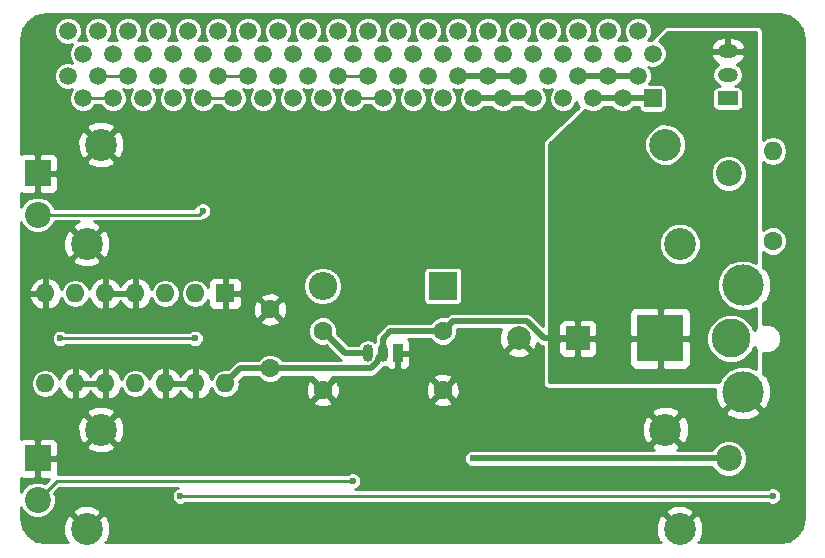
<source format=gtl>
G04 #@! TF.FileFunction,Copper,L1,Top,Signal*
%FSLAX46Y46*%
G04 Gerber Fmt 4.6, Leading zero omitted, Abs format (unit mm)*
G04 Created by KiCad (PCBNEW 4.0.7) date Monday, September 03, 2018 'PMt' 09:42:47 PM*
%MOMM*%
%LPD*%
G01*
G04 APERTURE LIST*
%ADD10C,0.100000*%
%ADD11R,2.000000X2.000000*%
%ADD12C,2.000000*%
%ADD13C,1.600000*%
%ADD14R,2.400000X2.400000*%
%ADD15O,2.400000X2.400000*%
%ADD16R,4.000000X4.000000*%
%ADD17C,3.300000*%
%ADD18C,3.500000*%
%ADD19R,1.700000X1.200000*%
%ADD20O,1.700000X1.200000*%
%ADD21O,1.600000X1.600000*%
%ADD22R,1.600000X1.600000*%
%ADD23O,0.900000X1.500000*%
%ADD24R,0.900000X1.500000*%
%ADD25R,1.500000X1.500000*%
%ADD26C,1.500000*%
%ADD27R,2.200000X2.200000*%
%ADD28C,2.200000*%
%ADD29C,2.700000*%
%ADD30C,0.600000*%
%ADD31C,0.508000*%
%ADD32C,0.250000*%
%ADD33C,0.254000*%
G04 APERTURE END LIST*
D10*
D11*
X166370000Y-111760000D03*
D12*
X161370000Y-111760000D03*
D13*
X140335000Y-114300000D03*
X140335000Y-109300000D03*
X154940000Y-111125000D03*
X154940000Y-116125000D03*
X144780000Y-111125000D03*
X144780000Y-116125000D03*
D14*
X154940000Y-107315000D03*
D15*
X144780000Y-107315000D03*
D16*
X173355000Y-111760000D03*
D17*
X179355000Y-111760000D03*
D18*
X180355000Y-116260000D03*
X180355000Y-107260000D03*
D19*
X179070000Y-91440000D03*
D20*
X179070000Y-89440000D03*
X179070000Y-87440000D03*
D13*
X182880000Y-103505000D03*
D21*
X182880000Y-95885000D03*
D22*
X136525000Y-107950000D03*
D21*
X121285000Y-115570000D03*
X133985000Y-107950000D03*
X123825000Y-115570000D03*
X131445000Y-107950000D03*
X126365000Y-115570000D03*
X128905000Y-107950000D03*
X128905000Y-115570000D03*
X126365000Y-107950000D03*
X131445000Y-115570000D03*
X123825000Y-107950000D03*
X133985000Y-115570000D03*
X121285000Y-107950000D03*
X136525000Y-115570000D03*
D23*
X149860000Y-113030000D03*
X148590000Y-113030000D03*
D24*
X151130000Y-113030000D03*
D25*
X172720000Y-91440000D03*
D26*
X172720000Y-87640000D03*
X171450000Y-89540000D03*
X171450000Y-85740000D03*
X170180000Y-91440000D03*
X170180000Y-87640000D03*
X168910000Y-89540000D03*
X168910000Y-85740000D03*
X167640000Y-91440000D03*
X167640000Y-87640000D03*
X166370000Y-89540000D03*
X166370000Y-85740000D03*
X165100000Y-91440000D03*
X165100000Y-87640000D03*
X163830000Y-89540000D03*
X163830000Y-85740000D03*
X162560000Y-91440000D03*
X162560000Y-87640000D03*
X161290000Y-89540000D03*
X161290000Y-85740000D03*
X160020000Y-91440000D03*
X160020000Y-87640000D03*
X158750000Y-89540000D03*
X158750000Y-85740000D03*
X157480000Y-91440000D03*
X157480000Y-87640000D03*
X156210000Y-89540000D03*
X156210000Y-85740000D03*
X154940000Y-91440000D03*
X154940000Y-87640000D03*
X153670000Y-89540000D03*
X153670000Y-85740000D03*
X152400000Y-91440000D03*
X152400000Y-87640000D03*
X151130000Y-89540000D03*
X151130000Y-85740000D03*
X149860000Y-91440000D03*
X149860000Y-87640000D03*
X148590000Y-89540000D03*
X148590000Y-85740000D03*
X147320000Y-91440000D03*
X147320000Y-87640000D03*
X146050000Y-89540000D03*
X146050000Y-85740000D03*
X144780000Y-91440000D03*
X144780000Y-87640000D03*
X143510000Y-89540000D03*
X143510000Y-85740000D03*
X142240000Y-91440000D03*
X142240000Y-87640000D03*
X140970000Y-89540000D03*
X140970000Y-85740000D03*
X139700000Y-91440000D03*
X139700000Y-87640000D03*
X138430000Y-89540000D03*
X138430000Y-85740000D03*
X137160000Y-91440000D03*
X137160000Y-87640000D03*
X135890000Y-89540000D03*
X135890000Y-85740000D03*
X134620000Y-91440000D03*
X134620000Y-87640000D03*
X133350000Y-89540000D03*
X133350000Y-85740000D03*
X132080000Y-91440000D03*
X132080000Y-87640000D03*
X130810000Y-89540000D03*
X130810000Y-85740000D03*
X129540000Y-91440000D03*
X129540000Y-87640000D03*
X128270000Y-89540000D03*
X128270000Y-85740000D03*
X127000000Y-91440000D03*
X127000000Y-87640000D03*
X125730000Y-89540000D03*
X125730000Y-85740000D03*
X124460000Y-91440000D03*
X124460000Y-87640000D03*
X123190000Y-89540000D03*
X123190000Y-85740000D03*
D27*
X120650000Y-97790000D03*
D28*
X120650000Y-101290000D03*
X179150000Y-97790000D03*
D29*
X126000000Y-95340000D03*
X173800000Y-95340000D03*
X124800000Y-103740000D03*
X175000000Y-103740000D03*
D27*
X120650000Y-121920000D03*
D28*
X120650000Y-125420000D03*
X179150000Y-121920000D03*
D29*
X126000000Y-119470000D03*
X173800000Y-119470000D03*
X124800000Y-127870000D03*
X175000000Y-127870000D03*
D30*
X157480000Y-121920000D03*
X133985000Y-111760000D03*
X122555000Y-111760000D03*
X134620000Y-100965000D03*
X147320000Y-123825000D03*
X132715000Y-125095000D03*
X182880000Y-125095000D03*
D31*
X140335000Y-114300000D02*
X137795000Y-114300000D01*
X137795000Y-114300000D02*
X136525000Y-115570000D01*
X149860000Y-113030000D02*
X149494010Y-113395990D01*
X149494010Y-113395990D02*
X149494010Y-113704453D01*
X148898463Y-114300000D02*
X141466370Y-114300000D01*
X149494010Y-113704453D02*
X148898463Y-114300000D01*
X141466370Y-114300000D02*
X140335000Y-114300000D01*
X154940000Y-111125000D02*
X150507000Y-111125000D01*
X150507000Y-111125000D02*
X149860000Y-111772000D01*
X149860000Y-111772000D02*
X149860000Y-113030000D01*
X166370000Y-111760000D02*
X163521922Y-111760000D01*
X163521922Y-111760000D02*
X162067921Y-110305999D01*
X162067921Y-110305999D02*
X155759001Y-110305999D01*
X155759001Y-110305999D02*
X155739999Y-110325001D01*
X155739999Y-110325001D02*
X154940000Y-111125000D01*
X170180000Y-91440000D02*
X172720000Y-91440000D01*
X167640000Y-91440000D02*
X170180000Y-91440000D01*
X168910000Y-89540000D02*
X171450000Y-89540000D01*
X166370000Y-89540000D02*
X168910000Y-89540000D01*
X148590000Y-113030000D02*
X146685000Y-113030000D01*
X146685000Y-113030000D02*
X144780000Y-111125000D01*
X157480000Y-121920000D02*
X179150000Y-121920000D01*
X160020000Y-91440000D02*
X162560000Y-91440000D01*
X157480000Y-91440000D02*
X160020000Y-91440000D01*
X158750000Y-89540000D02*
X161290000Y-89540000D01*
X156210000Y-89540000D02*
X158750000Y-89540000D01*
D32*
X124460000Y-91440000D02*
X127000000Y-91440000D01*
X125730000Y-89540000D02*
X128270000Y-89540000D01*
X122555000Y-111760000D02*
X133985000Y-111760000D01*
X134620000Y-91440000D02*
X137160000Y-91440000D01*
X135890000Y-89540000D02*
X138430000Y-89540000D01*
X120650000Y-101290000D02*
X134295000Y-101290000D01*
X134295000Y-101290000D02*
X134620000Y-100965000D01*
X147320000Y-91440000D02*
X149860000Y-91440000D01*
X146050000Y-89540000D02*
X148590000Y-89540000D01*
X120650000Y-125420000D02*
X122245000Y-123825000D01*
X122245000Y-123825000D02*
X147320000Y-123825000D01*
X182880000Y-125095000D02*
X132715000Y-125095000D01*
D33*
G36*
X181483000Y-105365968D02*
X180790891Y-105078580D01*
X179922917Y-105077822D01*
X179120724Y-105409281D01*
X178506438Y-106022496D01*
X178173580Y-106824109D01*
X178172822Y-107692083D01*
X178504281Y-108494276D01*
X179117496Y-109108562D01*
X179919109Y-109441420D01*
X180787083Y-109442178D01*
X181483000Y-109154631D01*
X181483000Y-110889970D01*
X181316640Y-111056040D01*
X181120893Y-110582296D01*
X180535785Y-109996165D01*
X179770912Y-109678562D01*
X178942721Y-109677839D01*
X178177296Y-109994107D01*
X177591165Y-110579215D01*
X177273562Y-111344088D01*
X177272839Y-112172279D01*
X177589107Y-112937704D01*
X178174215Y-113523835D01*
X178939088Y-113841438D01*
X179767279Y-113842161D01*
X180532704Y-113525893D01*
X181118835Y-112940785D01*
X181316945Y-112463682D01*
X181483000Y-112630027D01*
X181483000Y-114365968D01*
X180790891Y-114078580D01*
X179922917Y-114077822D01*
X179120724Y-114409281D01*
X178506438Y-115022496D01*
X178331830Y-115443000D01*
X163957000Y-115443000D01*
X163957000Y-112045750D01*
X164735000Y-112045750D01*
X164735000Y-112886310D01*
X164831673Y-113119699D01*
X165010302Y-113298327D01*
X165243691Y-113395000D01*
X166084250Y-113395000D01*
X166243000Y-113236250D01*
X166243000Y-111887000D01*
X166497000Y-111887000D01*
X166497000Y-113236250D01*
X166655750Y-113395000D01*
X167496309Y-113395000D01*
X167729698Y-113298327D01*
X167908327Y-113119699D01*
X168005000Y-112886310D01*
X168005000Y-112045750D01*
X170720000Y-112045750D01*
X170720000Y-113886309D01*
X170816673Y-114119698D01*
X170995301Y-114298327D01*
X171228690Y-114395000D01*
X173069250Y-114395000D01*
X173228000Y-114236250D01*
X173228000Y-111887000D01*
X173482000Y-111887000D01*
X173482000Y-114236250D01*
X173640750Y-114395000D01*
X175481310Y-114395000D01*
X175714699Y-114298327D01*
X175893327Y-114119698D01*
X175990000Y-113886309D01*
X175990000Y-112045750D01*
X175831250Y-111887000D01*
X173482000Y-111887000D01*
X173228000Y-111887000D01*
X170878750Y-111887000D01*
X170720000Y-112045750D01*
X168005000Y-112045750D01*
X167846250Y-111887000D01*
X166497000Y-111887000D01*
X166243000Y-111887000D01*
X164893750Y-111887000D01*
X164735000Y-112045750D01*
X163957000Y-112045750D01*
X163957000Y-110633690D01*
X164735000Y-110633690D01*
X164735000Y-111474250D01*
X164893750Y-111633000D01*
X166243000Y-111633000D01*
X166243000Y-110283750D01*
X166497000Y-110283750D01*
X166497000Y-111633000D01*
X167846250Y-111633000D01*
X168005000Y-111474250D01*
X168005000Y-110633690D01*
X167908327Y-110400301D01*
X167729698Y-110221673D01*
X167496309Y-110125000D01*
X166655750Y-110125000D01*
X166497000Y-110283750D01*
X166243000Y-110283750D01*
X166084250Y-110125000D01*
X165243691Y-110125000D01*
X165010302Y-110221673D01*
X164831673Y-110400301D01*
X164735000Y-110633690D01*
X163957000Y-110633690D01*
X163957000Y-109633691D01*
X170720000Y-109633691D01*
X170720000Y-111474250D01*
X170878750Y-111633000D01*
X173228000Y-111633000D01*
X173228000Y-109283750D01*
X173482000Y-109283750D01*
X173482000Y-111633000D01*
X175831250Y-111633000D01*
X175990000Y-111474250D01*
X175990000Y-109633691D01*
X175893327Y-109400302D01*
X175714699Y-109221673D01*
X175481310Y-109125000D01*
X173640750Y-109125000D01*
X173482000Y-109283750D01*
X173228000Y-109283750D01*
X173069250Y-109125000D01*
X171228690Y-109125000D01*
X170995301Y-109221673D01*
X170816673Y-109400302D01*
X170720000Y-109633691D01*
X163957000Y-109633691D01*
X163957000Y-104092867D01*
X173217891Y-104092867D01*
X173488582Y-104747990D01*
X173989373Y-105249656D01*
X174644023Y-105521490D01*
X175352867Y-105522109D01*
X176007990Y-105251418D01*
X176509656Y-104750627D01*
X176781490Y-104095977D01*
X176782109Y-103387133D01*
X176511418Y-102732010D01*
X176010627Y-102230344D01*
X175355977Y-101958510D01*
X174647133Y-101957891D01*
X173992010Y-102228582D01*
X173490344Y-102729373D01*
X173218510Y-103384023D01*
X173217891Y-104092867D01*
X163957000Y-104092867D01*
X163957000Y-98093357D01*
X177617934Y-98093357D01*
X177850646Y-98656562D01*
X178281172Y-99087840D01*
X178843969Y-99321534D01*
X179453357Y-99322066D01*
X180016562Y-99089354D01*
X180447840Y-98658828D01*
X180681534Y-98096031D01*
X180682066Y-97486643D01*
X180449354Y-96923438D01*
X180018828Y-96492160D01*
X179456031Y-96258466D01*
X178846643Y-96257934D01*
X178283438Y-96490646D01*
X177852160Y-96921172D01*
X177618466Y-97483969D01*
X177617934Y-98093357D01*
X163957000Y-98093357D01*
X163957000Y-95692867D01*
X172017891Y-95692867D01*
X172288582Y-96347990D01*
X172789373Y-96849656D01*
X173444023Y-97121490D01*
X174152867Y-97122109D01*
X174807990Y-96851418D01*
X175309656Y-96350627D01*
X175581490Y-95695977D01*
X175582109Y-94987133D01*
X175311418Y-94332010D01*
X174810627Y-93830344D01*
X174155977Y-93558510D01*
X173447133Y-93557891D01*
X172792010Y-93828582D01*
X172290344Y-94329373D01*
X172018510Y-94984023D01*
X172017891Y-95692867D01*
X163957000Y-95692867D01*
X163957000Y-95305021D01*
X166998762Y-92453369D01*
X167403894Y-92621595D01*
X167874043Y-92622005D01*
X168308561Y-92442466D01*
X168625780Y-92125800D01*
X169194743Y-92125800D01*
X169509690Y-92441297D01*
X169943894Y-92621595D01*
X170414043Y-92622005D01*
X170848561Y-92442466D01*
X171165780Y-92125800D01*
X171529741Y-92125800D01*
X171529741Y-92190000D01*
X171559850Y-92350015D01*
X171654419Y-92496980D01*
X171798715Y-92595573D01*
X171970000Y-92630259D01*
X173470000Y-92630259D01*
X173630015Y-92600150D01*
X173776980Y-92505581D01*
X173875573Y-92361285D01*
X173910259Y-92190000D01*
X173910259Y-90690000D01*
X173880150Y-90529985D01*
X173785581Y-90383020D01*
X173641285Y-90284427D01*
X173470000Y-90249741D01*
X172411797Y-90249741D01*
X172451297Y-90210310D01*
X172631595Y-89776106D01*
X172632005Y-89305957D01*
X172452466Y-88871439D01*
X172345231Y-88764017D01*
X172483894Y-88821595D01*
X172954043Y-88822005D01*
X173388561Y-88642466D01*
X173721297Y-88310310D01*
X173901595Y-87876106D01*
X173901698Y-87757609D01*
X177626538Y-87757609D01*
X177641714Y-87849376D01*
X177888067Y-88269125D01*
X178276299Y-88562647D01*
X178283592Y-88564546D01*
X178065295Y-88710407D01*
X177841629Y-89045147D01*
X177763088Y-89440000D01*
X177841629Y-89834853D01*
X178065295Y-90169593D01*
X178400035Y-90393259D01*
X178432622Y-90399741D01*
X178220000Y-90399741D01*
X178059985Y-90429850D01*
X177913020Y-90524419D01*
X177814427Y-90668715D01*
X177779741Y-90840000D01*
X177779741Y-92040000D01*
X177809850Y-92200015D01*
X177904419Y-92346980D01*
X178048715Y-92445573D01*
X178220000Y-92480259D01*
X179920000Y-92480259D01*
X180080015Y-92450150D01*
X180226980Y-92355581D01*
X180325573Y-92211285D01*
X180360259Y-92040000D01*
X180360259Y-90840000D01*
X180330150Y-90679985D01*
X180235581Y-90533020D01*
X180091285Y-90434427D01*
X179920000Y-90399741D01*
X179707378Y-90399741D01*
X179739965Y-90393259D01*
X180074705Y-90169593D01*
X180298371Y-89834853D01*
X180376912Y-89440000D01*
X180298371Y-89045147D01*
X180074705Y-88710407D01*
X179856408Y-88564546D01*
X179863701Y-88562647D01*
X180251933Y-88269125D01*
X180498286Y-87849376D01*
X180513462Y-87757609D01*
X180388731Y-87567000D01*
X179197000Y-87567000D01*
X179197000Y-87587000D01*
X178943000Y-87587000D01*
X178943000Y-87567000D01*
X177751269Y-87567000D01*
X177626538Y-87757609D01*
X173901698Y-87757609D01*
X173902005Y-87405957D01*
X173784839Y-87122391D01*
X177626538Y-87122391D01*
X177751269Y-87313000D01*
X178943000Y-87313000D01*
X178943000Y-86357453D01*
X179197000Y-86357453D01*
X179197000Y-87313000D01*
X180388731Y-87313000D01*
X180513462Y-87122391D01*
X180498286Y-87030624D01*
X180251933Y-86610875D01*
X179863701Y-86317353D01*
X179392696Y-86194744D01*
X179197000Y-86357453D01*
X178943000Y-86357453D01*
X178747304Y-86194744D01*
X178276299Y-86317353D01*
X177888067Y-86610875D01*
X177641714Y-87030624D01*
X177626538Y-87122391D01*
X173784839Y-87122391D01*
X173722466Y-86971439D01*
X173390310Y-86638703D01*
X173259161Y-86584245D01*
X174040222Y-85852000D01*
X181483000Y-85852000D01*
X181483000Y-105365968D01*
X181483000Y-105365968D01*
G37*
X181483000Y-105365968D02*
X180790891Y-105078580D01*
X179922917Y-105077822D01*
X179120724Y-105409281D01*
X178506438Y-106022496D01*
X178173580Y-106824109D01*
X178172822Y-107692083D01*
X178504281Y-108494276D01*
X179117496Y-109108562D01*
X179919109Y-109441420D01*
X180787083Y-109442178D01*
X181483000Y-109154631D01*
X181483000Y-110889970D01*
X181316640Y-111056040D01*
X181120893Y-110582296D01*
X180535785Y-109996165D01*
X179770912Y-109678562D01*
X178942721Y-109677839D01*
X178177296Y-109994107D01*
X177591165Y-110579215D01*
X177273562Y-111344088D01*
X177272839Y-112172279D01*
X177589107Y-112937704D01*
X178174215Y-113523835D01*
X178939088Y-113841438D01*
X179767279Y-113842161D01*
X180532704Y-113525893D01*
X181118835Y-112940785D01*
X181316945Y-112463682D01*
X181483000Y-112630027D01*
X181483000Y-114365968D01*
X180790891Y-114078580D01*
X179922917Y-114077822D01*
X179120724Y-114409281D01*
X178506438Y-115022496D01*
X178331830Y-115443000D01*
X163957000Y-115443000D01*
X163957000Y-112045750D01*
X164735000Y-112045750D01*
X164735000Y-112886310D01*
X164831673Y-113119699D01*
X165010302Y-113298327D01*
X165243691Y-113395000D01*
X166084250Y-113395000D01*
X166243000Y-113236250D01*
X166243000Y-111887000D01*
X166497000Y-111887000D01*
X166497000Y-113236250D01*
X166655750Y-113395000D01*
X167496309Y-113395000D01*
X167729698Y-113298327D01*
X167908327Y-113119699D01*
X168005000Y-112886310D01*
X168005000Y-112045750D01*
X170720000Y-112045750D01*
X170720000Y-113886309D01*
X170816673Y-114119698D01*
X170995301Y-114298327D01*
X171228690Y-114395000D01*
X173069250Y-114395000D01*
X173228000Y-114236250D01*
X173228000Y-111887000D01*
X173482000Y-111887000D01*
X173482000Y-114236250D01*
X173640750Y-114395000D01*
X175481310Y-114395000D01*
X175714699Y-114298327D01*
X175893327Y-114119698D01*
X175990000Y-113886309D01*
X175990000Y-112045750D01*
X175831250Y-111887000D01*
X173482000Y-111887000D01*
X173228000Y-111887000D01*
X170878750Y-111887000D01*
X170720000Y-112045750D01*
X168005000Y-112045750D01*
X167846250Y-111887000D01*
X166497000Y-111887000D01*
X166243000Y-111887000D01*
X164893750Y-111887000D01*
X164735000Y-112045750D01*
X163957000Y-112045750D01*
X163957000Y-110633690D01*
X164735000Y-110633690D01*
X164735000Y-111474250D01*
X164893750Y-111633000D01*
X166243000Y-111633000D01*
X166243000Y-110283750D01*
X166497000Y-110283750D01*
X166497000Y-111633000D01*
X167846250Y-111633000D01*
X168005000Y-111474250D01*
X168005000Y-110633690D01*
X167908327Y-110400301D01*
X167729698Y-110221673D01*
X167496309Y-110125000D01*
X166655750Y-110125000D01*
X166497000Y-110283750D01*
X166243000Y-110283750D01*
X166084250Y-110125000D01*
X165243691Y-110125000D01*
X165010302Y-110221673D01*
X164831673Y-110400301D01*
X164735000Y-110633690D01*
X163957000Y-110633690D01*
X163957000Y-109633691D01*
X170720000Y-109633691D01*
X170720000Y-111474250D01*
X170878750Y-111633000D01*
X173228000Y-111633000D01*
X173228000Y-109283750D01*
X173482000Y-109283750D01*
X173482000Y-111633000D01*
X175831250Y-111633000D01*
X175990000Y-111474250D01*
X175990000Y-109633691D01*
X175893327Y-109400302D01*
X175714699Y-109221673D01*
X175481310Y-109125000D01*
X173640750Y-109125000D01*
X173482000Y-109283750D01*
X173228000Y-109283750D01*
X173069250Y-109125000D01*
X171228690Y-109125000D01*
X170995301Y-109221673D01*
X170816673Y-109400302D01*
X170720000Y-109633691D01*
X163957000Y-109633691D01*
X163957000Y-104092867D01*
X173217891Y-104092867D01*
X173488582Y-104747990D01*
X173989373Y-105249656D01*
X174644023Y-105521490D01*
X175352867Y-105522109D01*
X176007990Y-105251418D01*
X176509656Y-104750627D01*
X176781490Y-104095977D01*
X176782109Y-103387133D01*
X176511418Y-102732010D01*
X176010627Y-102230344D01*
X175355977Y-101958510D01*
X174647133Y-101957891D01*
X173992010Y-102228582D01*
X173490344Y-102729373D01*
X173218510Y-103384023D01*
X173217891Y-104092867D01*
X163957000Y-104092867D01*
X163957000Y-98093357D01*
X177617934Y-98093357D01*
X177850646Y-98656562D01*
X178281172Y-99087840D01*
X178843969Y-99321534D01*
X179453357Y-99322066D01*
X180016562Y-99089354D01*
X180447840Y-98658828D01*
X180681534Y-98096031D01*
X180682066Y-97486643D01*
X180449354Y-96923438D01*
X180018828Y-96492160D01*
X179456031Y-96258466D01*
X178846643Y-96257934D01*
X178283438Y-96490646D01*
X177852160Y-96921172D01*
X177618466Y-97483969D01*
X177617934Y-98093357D01*
X163957000Y-98093357D01*
X163957000Y-95692867D01*
X172017891Y-95692867D01*
X172288582Y-96347990D01*
X172789373Y-96849656D01*
X173444023Y-97121490D01*
X174152867Y-97122109D01*
X174807990Y-96851418D01*
X175309656Y-96350627D01*
X175581490Y-95695977D01*
X175582109Y-94987133D01*
X175311418Y-94332010D01*
X174810627Y-93830344D01*
X174155977Y-93558510D01*
X173447133Y-93557891D01*
X172792010Y-93828582D01*
X172290344Y-94329373D01*
X172018510Y-94984023D01*
X172017891Y-95692867D01*
X163957000Y-95692867D01*
X163957000Y-95305021D01*
X166998762Y-92453369D01*
X167403894Y-92621595D01*
X167874043Y-92622005D01*
X168308561Y-92442466D01*
X168625780Y-92125800D01*
X169194743Y-92125800D01*
X169509690Y-92441297D01*
X169943894Y-92621595D01*
X170414043Y-92622005D01*
X170848561Y-92442466D01*
X171165780Y-92125800D01*
X171529741Y-92125800D01*
X171529741Y-92190000D01*
X171559850Y-92350015D01*
X171654419Y-92496980D01*
X171798715Y-92595573D01*
X171970000Y-92630259D01*
X173470000Y-92630259D01*
X173630015Y-92600150D01*
X173776980Y-92505581D01*
X173875573Y-92361285D01*
X173910259Y-92190000D01*
X173910259Y-90690000D01*
X173880150Y-90529985D01*
X173785581Y-90383020D01*
X173641285Y-90284427D01*
X173470000Y-90249741D01*
X172411797Y-90249741D01*
X172451297Y-90210310D01*
X172631595Y-89776106D01*
X172632005Y-89305957D01*
X172452466Y-88871439D01*
X172345231Y-88764017D01*
X172483894Y-88821595D01*
X172954043Y-88822005D01*
X173388561Y-88642466D01*
X173721297Y-88310310D01*
X173901595Y-87876106D01*
X173901698Y-87757609D01*
X177626538Y-87757609D01*
X177641714Y-87849376D01*
X177888067Y-88269125D01*
X178276299Y-88562647D01*
X178283592Y-88564546D01*
X178065295Y-88710407D01*
X177841629Y-89045147D01*
X177763088Y-89440000D01*
X177841629Y-89834853D01*
X178065295Y-90169593D01*
X178400035Y-90393259D01*
X178432622Y-90399741D01*
X178220000Y-90399741D01*
X178059985Y-90429850D01*
X177913020Y-90524419D01*
X177814427Y-90668715D01*
X177779741Y-90840000D01*
X177779741Y-92040000D01*
X177809850Y-92200015D01*
X177904419Y-92346980D01*
X178048715Y-92445573D01*
X178220000Y-92480259D01*
X179920000Y-92480259D01*
X180080015Y-92450150D01*
X180226980Y-92355581D01*
X180325573Y-92211285D01*
X180360259Y-92040000D01*
X180360259Y-90840000D01*
X180330150Y-90679985D01*
X180235581Y-90533020D01*
X180091285Y-90434427D01*
X179920000Y-90399741D01*
X179707378Y-90399741D01*
X179739965Y-90393259D01*
X180074705Y-90169593D01*
X180298371Y-89834853D01*
X180376912Y-89440000D01*
X180298371Y-89045147D01*
X180074705Y-88710407D01*
X179856408Y-88564546D01*
X179863701Y-88562647D01*
X180251933Y-88269125D01*
X180498286Y-87849376D01*
X180513462Y-87757609D01*
X180388731Y-87567000D01*
X179197000Y-87567000D01*
X179197000Y-87587000D01*
X178943000Y-87587000D01*
X178943000Y-87567000D01*
X177751269Y-87567000D01*
X177626538Y-87757609D01*
X173901698Y-87757609D01*
X173902005Y-87405957D01*
X173784839Y-87122391D01*
X177626538Y-87122391D01*
X177751269Y-87313000D01*
X178943000Y-87313000D01*
X178943000Y-86357453D01*
X179197000Y-86357453D01*
X179197000Y-87313000D01*
X180388731Y-87313000D01*
X180513462Y-87122391D01*
X180498286Y-87030624D01*
X180251933Y-86610875D01*
X179863701Y-86317353D01*
X179392696Y-86194744D01*
X179197000Y-86357453D01*
X178943000Y-86357453D01*
X178747304Y-86194744D01*
X178276299Y-86317353D01*
X177888067Y-86610875D01*
X177641714Y-87030624D01*
X177626538Y-87122391D01*
X173784839Y-87122391D01*
X173722466Y-86971439D01*
X173390310Y-86638703D01*
X173259161Y-86584245D01*
X174040222Y-85852000D01*
X181483000Y-85852000D01*
X181483000Y-105365968D01*
G36*
X184289272Y-84490741D02*
X184945668Y-84929332D01*
X185384259Y-85585728D01*
X185548200Y-86409916D01*
X185548200Y-126950084D01*
X185384259Y-127774272D01*
X184945668Y-128430668D01*
X184289272Y-128869259D01*
X183465084Y-129033200D01*
X176540160Y-129033200D01*
X176708782Y-128954522D01*
X176993737Y-128218045D01*
X176975164Y-127428582D01*
X176708782Y-126785478D01*
X176405593Y-126644012D01*
X175179605Y-127870000D01*
X175193748Y-127884143D01*
X175014143Y-128063748D01*
X175000000Y-128049605D01*
X174985858Y-128063748D01*
X174806253Y-127884143D01*
X174820395Y-127870000D01*
X173594407Y-126644012D01*
X173291218Y-126785478D01*
X173006263Y-127521955D01*
X173024836Y-128311418D01*
X173291218Y-128954522D01*
X173459840Y-129033200D01*
X126340160Y-129033200D01*
X126508782Y-128954522D01*
X126793737Y-128218045D01*
X126775164Y-127428582D01*
X126508782Y-126785478D01*
X126205593Y-126644012D01*
X124979605Y-127870000D01*
X124993748Y-127884143D01*
X124814143Y-128063748D01*
X124800000Y-128049605D01*
X124785858Y-128063748D01*
X124606253Y-127884143D01*
X124620395Y-127870000D01*
X123394407Y-126644012D01*
X123091218Y-126785478D01*
X122806263Y-127521955D01*
X122824836Y-128311418D01*
X123091218Y-128954522D01*
X123259840Y-129033200D01*
X121334916Y-129033200D01*
X120510728Y-128869259D01*
X119854332Y-128430668D01*
X119415741Y-127774272D01*
X119251800Y-126950084D01*
X119251800Y-126047337D01*
X119350646Y-126286562D01*
X119781172Y-126717840D01*
X120343969Y-126951534D01*
X120953357Y-126952066D01*
X121516562Y-126719354D01*
X121771954Y-126464407D01*
X123574012Y-126464407D01*
X124800000Y-127690395D01*
X126025988Y-126464407D01*
X173774012Y-126464407D01*
X175000000Y-127690395D01*
X176225988Y-126464407D01*
X176084522Y-126161218D01*
X175348045Y-125876263D01*
X174558582Y-125894836D01*
X173915478Y-126161218D01*
X173774012Y-126464407D01*
X126025988Y-126464407D01*
X125884522Y-126161218D01*
X125148045Y-125876263D01*
X124358582Y-125894836D01*
X123715478Y-126161218D01*
X123574012Y-126464407D01*
X121771954Y-126464407D01*
X121947840Y-126288828D01*
X122181534Y-125726031D01*
X122182066Y-125116643D01*
X122053045Y-124804389D01*
X122475634Y-124381800D01*
X132524752Y-124381800D01*
X132301010Y-124474248D01*
X132094972Y-124679927D01*
X131983327Y-124948797D01*
X131983073Y-125239925D01*
X132094248Y-125508990D01*
X132299927Y-125715028D01*
X132568797Y-125826673D01*
X132859925Y-125826927D01*
X133128990Y-125715752D01*
X133193054Y-125651800D01*
X182401809Y-125651800D01*
X182464927Y-125715028D01*
X182733797Y-125826673D01*
X183024925Y-125826927D01*
X183293990Y-125715752D01*
X183500028Y-125510073D01*
X183611673Y-125241203D01*
X183611927Y-124950075D01*
X183500752Y-124681010D01*
X183295073Y-124474972D01*
X183026203Y-124363327D01*
X182735075Y-124363073D01*
X182466010Y-124474248D01*
X182401946Y-124538200D01*
X147510248Y-124538200D01*
X147733990Y-124445752D01*
X147940028Y-124240073D01*
X148051673Y-123971203D01*
X148051927Y-123680075D01*
X147940752Y-123411010D01*
X147735073Y-123204972D01*
X147466203Y-123093327D01*
X147175075Y-123093073D01*
X146906010Y-123204248D01*
X146841946Y-123268200D01*
X122334511Y-123268200D01*
X122385000Y-123146310D01*
X122385000Y-122205750D01*
X122244175Y-122064925D01*
X156748073Y-122064925D01*
X156859248Y-122333990D01*
X157064927Y-122540028D01*
X157333797Y-122651673D01*
X157624925Y-122651927D01*
X157736561Y-122605800D01*
X177775957Y-122605800D01*
X177850646Y-122786562D01*
X178281172Y-123217840D01*
X178843969Y-123451534D01*
X179453357Y-123452066D01*
X180016562Y-123219354D01*
X180447840Y-122788828D01*
X180681534Y-122226031D01*
X180682066Y-121616643D01*
X180449354Y-121053438D01*
X180018828Y-120622160D01*
X179456031Y-120388466D01*
X178846643Y-120387934D01*
X178283438Y-120620646D01*
X177852160Y-121051172D01*
X177776160Y-121234200D01*
X174750731Y-121234200D01*
X174884522Y-121178782D01*
X175025988Y-120875593D01*
X173800000Y-119649605D01*
X172574012Y-120875593D01*
X172715478Y-121178782D01*
X172858708Y-121234200D01*
X157736677Y-121234200D01*
X157626203Y-121188327D01*
X157335075Y-121188073D01*
X157066010Y-121299248D01*
X156859972Y-121504927D01*
X156748327Y-121773797D01*
X156748073Y-122064925D01*
X122244175Y-122064925D01*
X122226250Y-122047000D01*
X120777000Y-122047000D01*
X120777000Y-123496250D01*
X120935750Y-123655000D01*
X121627566Y-123655000D01*
X121265569Y-124016997D01*
X120956031Y-123888466D01*
X120346643Y-123887934D01*
X119783438Y-124120646D01*
X119352160Y-124551172D01*
X119251800Y-124792865D01*
X119251800Y-123583800D01*
X119423691Y-123655000D01*
X120364250Y-123655000D01*
X120523000Y-123496250D01*
X120523000Y-122047000D01*
X120503000Y-122047000D01*
X120503000Y-121793000D01*
X120523000Y-121793000D01*
X120523000Y-120343750D01*
X120777000Y-120343750D01*
X120777000Y-121793000D01*
X122226250Y-121793000D01*
X122385000Y-121634250D01*
X122385000Y-120875593D01*
X124774012Y-120875593D01*
X124915478Y-121178782D01*
X125651955Y-121463737D01*
X126441418Y-121445164D01*
X127084522Y-121178782D01*
X127225988Y-120875593D01*
X126000000Y-119649605D01*
X124774012Y-120875593D01*
X122385000Y-120875593D01*
X122385000Y-120693690D01*
X122288327Y-120460301D01*
X122109698Y-120281673D01*
X121876309Y-120185000D01*
X120935750Y-120185000D01*
X120777000Y-120343750D01*
X120523000Y-120343750D01*
X120364250Y-120185000D01*
X119423691Y-120185000D01*
X119251800Y-120256200D01*
X119251800Y-119121955D01*
X124006263Y-119121955D01*
X124024836Y-119911418D01*
X124291218Y-120554522D01*
X124594407Y-120695988D01*
X125820395Y-119470000D01*
X126179605Y-119470000D01*
X127405593Y-120695988D01*
X127708782Y-120554522D01*
X127993737Y-119818045D01*
X127977361Y-119121955D01*
X171806263Y-119121955D01*
X171824836Y-119911418D01*
X172091218Y-120554522D01*
X172394407Y-120695988D01*
X173620395Y-119470000D01*
X173979605Y-119470000D01*
X175205593Y-120695988D01*
X175508782Y-120554522D01*
X175793737Y-119818045D01*
X175775164Y-119028582D01*
X175508782Y-118385478D01*
X175205593Y-118244012D01*
X173979605Y-119470000D01*
X173620395Y-119470000D01*
X172394407Y-118244012D01*
X172091218Y-118385478D01*
X171806263Y-119121955D01*
X127977361Y-119121955D01*
X127975164Y-119028582D01*
X127708782Y-118385478D01*
X127405593Y-118244012D01*
X126179605Y-119470000D01*
X125820395Y-119470000D01*
X124594407Y-118244012D01*
X124291218Y-118385478D01*
X124006263Y-119121955D01*
X119251800Y-119121955D01*
X119251800Y-118064407D01*
X124774012Y-118064407D01*
X126000000Y-119290395D01*
X127225988Y-118064407D01*
X172574012Y-118064407D01*
X173800000Y-119290395D01*
X175025988Y-118064407D01*
X174974720Y-117954528D01*
X178840077Y-117954528D01*
X179030364Y-118299271D01*
X179911591Y-118650956D01*
X180860323Y-118638641D01*
X181679636Y-118299271D01*
X181869923Y-117954528D01*
X180355000Y-116439605D01*
X178840077Y-117954528D01*
X174974720Y-117954528D01*
X174884522Y-117761218D01*
X174148045Y-117476263D01*
X173358582Y-117494836D01*
X172715478Y-117761218D01*
X172574012Y-118064407D01*
X127225988Y-118064407D01*
X127084522Y-117761218D01*
X126348045Y-117476263D01*
X125558582Y-117494836D01*
X124915478Y-117761218D01*
X124774012Y-118064407D01*
X119251800Y-118064407D01*
X119251800Y-117132745D01*
X143951861Y-117132745D01*
X144025995Y-117378864D01*
X144563223Y-117571965D01*
X145133454Y-117544778D01*
X145534005Y-117378864D01*
X145608139Y-117132745D01*
X154111861Y-117132745D01*
X154185995Y-117378864D01*
X154723223Y-117571965D01*
X155293454Y-117544778D01*
X155694005Y-117378864D01*
X155768139Y-117132745D01*
X154940000Y-116304605D01*
X154111861Y-117132745D01*
X145608139Y-117132745D01*
X144780000Y-116304605D01*
X143951861Y-117132745D01*
X119251800Y-117132745D01*
X119251800Y-115545868D01*
X120053200Y-115545868D01*
X120053200Y-115594132D01*
X120146965Y-116065521D01*
X120413986Y-116465146D01*
X120813611Y-116732167D01*
X121285000Y-116825932D01*
X121756389Y-116732167D01*
X122156014Y-116465146D01*
X122423035Y-116065521D01*
X122446524Y-115947434D01*
X122672611Y-116425134D01*
X123087577Y-116801041D01*
X123475961Y-116961904D01*
X123698000Y-116839915D01*
X123698000Y-115697000D01*
X123952000Y-115697000D01*
X123952000Y-116839915D01*
X124174039Y-116961904D01*
X124562423Y-116801041D01*
X124977389Y-116425134D01*
X125095000Y-116176633D01*
X125212611Y-116425134D01*
X125627577Y-116801041D01*
X126015961Y-116961904D01*
X126238000Y-116839915D01*
X126238000Y-115697000D01*
X123952000Y-115697000D01*
X123698000Y-115697000D01*
X123678000Y-115697000D01*
X123678000Y-115443000D01*
X123698000Y-115443000D01*
X123698000Y-114300085D01*
X123952000Y-114300085D01*
X123952000Y-115443000D01*
X126238000Y-115443000D01*
X126238000Y-114300085D01*
X126492000Y-114300085D01*
X126492000Y-115443000D01*
X126512000Y-115443000D01*
X126512000Y-115697000D01*
X126492000Y-115697000D01*
X126492000Y-116839915D01*
X126714039Y-116961904D01*
X127102423Y-116801041D01*
X127517389Y-116425134D01*
X127743476Y-115947434D01*
X127766965Y-116065521D01*
X128033986Y-116465146D01*
X128433611Y-116732167D01*
X128905000Y-116825932D01*
X129376389Y-116732167D01*
X129776014Y-116465146D01*
X130043035Y-116065521D01*
X130066524Y-115947434D01*
X130292611Y-116425134D01*
X130707577Y-116801041D01*
X131095961Y-116961904D01*
X131318000Y-116839915D01*
X131318000Y-115697000D01*
X131572000Y-115697000D01*
X131572000Y-116839915D01*
X131794039Y-116961904D01*
X132182423Y-116801041D01*
X132597389Y-116425134D01*
X132715000Y-116176633D01*
X132832611Y-116425134D01*
X133247577Y-116801041D01*
X133635961Y-116961904D01*
X133858000Y-116839915D01*
X133858000Y-115697000D01*
X131572000Y-115697000D01*
X131318000Y-115697000D01*
X131298000Y-115697000D01*
X131298000Y-115443000D01*
X131318000Y-115443000D01*
X131318000Y-114300085D01*
X131572000Y-114300085D01*
X131572000Y-115443000D01*
X133858000Y-115443000D01*
X133858000Y-114300085D01*
X133635961Y-114178096D01*
X133247577Y-114338959D01*
X132832611Y-114714866D01*
X132715000Y-114963367D01*
X132597389Y-114714866D01*
X132182423Y-114338959D01*
X131794039Y-114178096D01*
X131572000Y-114300085D01*
X131318000Y-114300085D01*
X131095961Y-114178096D01*
X130707577Y-114338959D01*
X130292611Y-114714866D01*
X130066524Y-115192566D01*
X130043035Y-115074479D01*
X129776014Y-114674854D01*
X129376389Y-114407833D01*
X128905000Y-114314068D01*
X128433611Y-114407833D01*
X128033986Y-114674854D01*
X127766965Y-115074479D01*
X127743476Y-115192566D01*
X127517389Y-114714866D01*
X127102423Y-114338959D01*
X126714039Y-114178096D01*
X126492000Y-114300085D01*
X126238000Y-114300085D01*
X126015961Y-114178096D01*
X125627577Y-114338959D01*
X125212611Y-114714866D01*
X125095000Y-114963367D01*
X124977389Y-114714866D01*
X124562423Y-114338959D01*
X124174039Y-114178096D01*
X123952000Y-114300085D01*
X123698000Y-114300085D01*
X123475961Y-114178096D01*
X123087577Y-114338959D01*
X122672611Y-114714866D01*
X122446524Y-115192566D01*
X122423035Y-115074479D01*
X122156014Y-114674854D01*
X121756389Y-114407833D01*
X121285000Y-114314068D01*
X120813611Y-114407833D01*
X120413986Y-114674854D01*
X120146965Y-115074479D01*
X120053200Y-115545868D01*
X119251800Y-115545868D01*
X119251800Y-111904925D01*
X121823073Y-111904925D01*
X121934248Y-112173990D01*
X122139927Y-112380028D01*
X122408797Y-112491673D01*
X122699925Y-112491927D01*
X122968990Y-112380752D01*
X123033054Y-112316800D01*
X133506809Y-112316800D01*
X133569927Y-112380028D01*
X133838797Y-112491673D01*
X134129925Y-112491927D01*
X134398990Y-112380752D01*
X134605028Y-112175073D01*
X134716673Y-111906203D01*
X134716927Y-111615075D01*
X134605752Y-111346010D01*
X134400073Y-111139972D01*
X134131203Y-111028327D01*
X133840075Y-111028073D01*
X133571010Y-111139248D01*
X133506946Y-111203200D01*
X123033191Y-111203200D01*
X122970073Y-111139972D01*
X122701203Y-111028327D01*
X122410075Y-111028073D01*
X122141010Y-111139248D01*
X121934972Y-111344927D01*
X121823327Y-111613797D01*
X121823073Y-111904925D01*
X119251800Y-111904925D01*
X119251800Y-110307745D01*
X139506861Y-110307745D01*
X139580995Y-110553864D01*
X140118223Y-110746965D01*
X140688454Y-110719778D01*
X141089005Y-110553864D01*
X141163139Y-110307745D01*
X140335000Y-109479605D01*
X139506861Y-110307745D01*
X119251800Y-110307745D01*
X119251800Y-108299041D01*
X119893086Y-108299041D01*
X120132611Y-108805134D01*
X120547577Y-109181041D01*
X120935961Y-109341904D01*
X121158000Y-109219915D01*
X121158000Y-108077000D01*
X120014371Y-108077000D01*
X119893086Y-108299041D01*
X119251800Y-108299041D01*
X119251800Y-107600959D01*
X119893086Y-107600959D01*
X120014371Y-107823000D01*
X121158000Y-107823000D01*
X121158000Y-106680085D01*
X121412000Y-106680085D01*
X121412000Y-107823000D01*
X121432000Y-107823000D01*
X121432000Y-108077000D01*
X121412000Y-108077000D01*
X121412000Y-109219915D01*
X121634039Y-109341904D01*
X122022423Y-109181041D01*
X122437389Y-108805134D01*
X122663476Y-108327434D01*
X122686965Y-108445521D01*
X122953986Y-108845146D01*
X123353611Y-109112167D01*
X123825000Y-109205932D01*
X124296389Y-109112167D01*
X124696014Y-108845146D01*
X124963035Y-108445521D01*
X124986524Y-108327434D01*
X125212611Y-108805134D01*
X125627577Y-109181041D01*
X126015961Y-109341904D01*
X126238000Y-109219915D01*
X126238000Y-108077000D01*
X126492000Y-108077000D01*
X126492000Y-109219915D01*
X126714039Y-109341904D01*
X127102423Y-109181041D01*
X127517389Y-108805134D01*
X127635000Y-108556633D01*
X127752611Y-108805134D01*
X128167577Y-109181041D01*
X128555961Y-109341904D01*
X128778000Y-109219915D01*
X128778000Y-108077000D01*
X126492000Y-108077000D01*
X126238000Y-108077000D01*
X126218000Y-108077000D01*
X126218000Y-107823000D01*
X126238000Y-107823000D01*
X126238000Y-106680085D01*
X126492000Y-106680085D01*
X126492000Y-107823000D01*
X128778000Y-107823000D01*
X128778000Y-106680085D01*
X129032000Y-106680085D01*
X129032000Y-107823000D01*
X129052000Y-107823000D01*
X129052000Y-108077000D01*
X129032000Y-108077000D01*
X129032000Y-109219915D01*
X129254039Y-109341904D01*
X129642423Y-109181041D01*
X130057389Y-108805134D01*
X130283476Y-108327434D01*
X130306965Y-108445521D01*
X130573986Y-108845146D01*
X130973611Y-109112167D01*
X131445000Y-109205932D01*
X131916389Y-109112167D01*
X132316014Y-108845146D01*
X132583035Y-108445521D01*
X132676800Y-107974132D01*
X132676800Y-107925868D01*
X132753200Y-107925868D01*
X132753200Y-107974132D01*
X132846965Y-108445521D01*
X133113986Y-108845146D01*
X133513611Y-109112167D01*
X133985000Y-109205932D01*
X134456389Y-109112167D01*
X134856014Y-108845146D01*
X135090000Y-108494961D01*
X135090000Y-108876309D01*
X135186673Y-109109698D01*
X135365301Y-109288327D01*
X135598690Y-109385000D01*
X136239250Y-109385000D01*
X136398000Y-109226250D01*
X136398000Y-108077000D01*
X136652000Y-108077000D01*
X136652000Y-109226250D01*
X136810750Y-109385000D01*
X137451310Y-109385000D01*
X137684699Y-109288327D01*
X137863327Y-109109698D01*
X137874293Y-109083223D01*
X138888035Y-109083223D01*
X138915222Y-109653454D01*
X139081136Y-110054005D01*
X139327255Y-110128139D01*
X140155395Y-109300000D01*
X140514605Y-109300000D01*
X141342745Y-110128139D01*
X141588864Y-110054005D01*
X141781965Y-109516777D01*
X141754778Y-108946546D01*
X141588864Y-108545995D01*
X141342745Y-108471861D01*
X140514605Y-109300000D01*
X140155395Y-109300000D01*
X139327255Y-108471861D01*
X139081136Y-108545995D01*
X138888035Y-109083223D01*
X137874293Y-109083223D01*
X137960000Y-108876309D01*
X137960000Y-108292255D01*
X139506861Y-108292255D01*
X140335000Y-109120395D01*
X141163139Y-108292255D01*
X141089005Y-108046136D01*
X140551777Y-107853035D01*
X139981546Y-107880222D01*
X139580995Y-108046136D01*
X139506861Y-108292255D01*
X137960000Y-108292255D01*
X137960000Y-108235750D01*
X137801250Y-108077000D01*
X136652000Y-108077000D01*
X136398000Y-108077000D01*
X136378000Y-108077000D01*
X136378000Y-107823000D01*
X136398000Y-107823000D01*
X136398000Y-106673750D01*
X136652000Y-106673750D01*
X136652000Y-107823000D01*
X137801250Y-107823000D01*
X137960000Y-107664250D01*
X137960000Y-107315000D01*
X143116231Y-107315000D01*
X143240444Y-107939463D01*
X143594174Y-108468857D01*
X144123568Y-108822587D01*
X144748031Y-108946800D01*
X144811969Y-108946800D01*
X145436432Y-108822587D01*
X145965826Y-108468857D01*
X146319556Y-107939463D01*
X146443769Y-107315000D01*
X146319556Y-106690537D01*
X145965826Y-106161143D01*
X145896769Y-106115000D01*
X153299741Y-106115000D01*
X153299741Y-108515000D01*
X153329850Y-108675015D01*
X153424419Y-108821980D01*
X153568715Y-108920573D01*
X153740000Y-108955259D01*
X156140000Y-108955259D01*
X156300015Y-108925150D01*
X156446980Y-108830581D01*
X156545573Y-108686285D01*
X156580259Y-108515000D01*
X156580259Y-106115000D01*
X156550150Y-105954985D01*
X156455581Y-105808020D01*
X156311285Y-105709427D01*
X156140000Y-105674741D01*
X153740000Y-105674741D01*
X153579985Y-105704850D01*
X153433020Y-105799419D01*
X153334427Y-105943715D01*
X153299741Y-106115000D01*
X145896769Y-106115000D01*
X145436432Y-105807413D01*
X144811969Y-105683200D01*
X144748031Y-105683200D01*
X144123568Y-105807413D01*
X143594174Y-106161143D01*
X143240444Y-106690537D01*
X143116231Y-107315000D01*
X137960000Y-107315000D01*
X137960000Y-107023691D01*
X137863327Y-106790302D01*
X137684699Y-106611673D01*
X137451310Y-106515000D01*
X136810750Y-106515000D01*
X136652000Y-106673750D01*
X136398000Y-106673750D01*
X136239250Y-106515000D01*
X135598690Y-106515000D01*
X135365301Y-106611673D01*
X135186673Y-106790302D01*
X135090000Y-107023691D01*
X135090000Y-107405039D01*
X134856014Y-107054854D01*
X134456389Y-106787833D01*
X133985000Y-106694068D01*
X133513611Y-106787833D01*
X133113986Y-107054854D01*
X132846965Y-107454479D01*
X132753200Y-107925868D01*
X132676800Y-107925868D01*
X132583035Y-107454479D01*
X132316014Y-107054854D01*
X131916389Y-106787833D01*
X131445000Y-106694068D01*
X130973611Y-106787833D01*
X130573986Y-107054854D01*
X130306965Y-107454479D01*
X130283476Y-107572566D01*
X130057389Y-107094866D01*
X129642423Y-106718959D01*
X129254039Y-106558096D01*
X129032000Y-106680085D01*
X128778000Y-106680085D01*
X128555961Y-106558096D01*
X128167577Y-106718959D01*
X127752611Y-107094866D01*
X127635000Y-107343367D01*
X127517389Y-107094866D01*
X127102423Y-106718959D01*
X126714039Y-106558096D01*
X126492000Y-106680085D01*
X126238000Y-106680085D01*
X126015961Y-106558096D01*
X125627577Y-106718959D01*
X125212611Y-107094866D01*
X124986524Y-107572566D01*
X124963035Y-107454479D01*
X124696014Y-107054854D01*
X124296389Y-106787833D01*
X123825000Y-106694068D01*
X123353611Y-106787833D01*
X122953986Y-107054854D01*
X122686965Y-107454479D01*
X122663476Y-107572566D01*
X122437389Y-107094866D01*
X122022423Y-106718959D01*
X121634039Y-106558096D01*
X121412000Y-106680085D01*
X121158000Y-106680085D01*
X120935961Y-106558096D01*
X120547577Y-106718959D01*
X120132611Y-107094866D01*
X119893086Y-107600959D01*
X119251800Y-107600959D01*
X119251800Y-105145593D01*
X123574012Y-105145593D01*
X123715478Y-105448782D01*
X124451955Y-105733737D01*
X125241418Y-105715164D01*
X125884522Y-105448782D01*
X126025988Y-105145593D01*
X124800000Y-103919605D01*
X123574012Y-105145593D01*
X119251800Y-105145593D01*
X119251800Y-103391955D01*
X122806263Y-103391955D01*
X122824836Y-104181418D01*
X123091218Y-104824522D01*
X123394407Y-104965988D01*
X124620395Y-103740000D01*
X124979605Y-103740000D01*
X126205593Y-104965988D01*
X126508782Y-104824522D01*
X126793737Y-104088045D01*
X126775164Y-103298582D01*
X126508782Y-102655478D01*
X126205593Y-102514012D01*
X124979605Y-103740000D01*
X124620395Y-103740000D01*
X123394407Y-102514012D01*
X123091218Y-102655478D01*
X122806263Y-103391955D01*
X119251800Y-103391955D01*
X119251800Y-101917337D01*
X119350646Y-102156562D01*
X119781172Y-102587840D01*
X120343969Y-102821534D01*
X120953357Y-102822066D01*
X121516562Y-102589354D01*
X121947840Y-102158828D01*
X122077405Y-101846800D01*
X124160703Y-101846800D01*
X123715478Y-102031218D01*
X123574012Y-102334407D01*
X124800000Y-103560395D01*
X126025988Y-102334407D01*
X125884522Y-102031218D01*
X125407887Y-101846800D01*
X134295000Y-101846800D01*
X134508078Y-101804416D01*
X134669072Y-101696843D01*
X134764925Y-101696927D01*
X135033990Y-101585752D01*
X135240028Y-101380073D01*
X135351673Y-101111203D01*
X135351927Y-100820075D01*
X135240752Y-100551010D01*
X135035073Y-100344972D01*
X134766203Y-100233327D01*
X134475075Y-100233073D01*
X134206010Y-100344248D01*
X133999972Y-100549927D01*
X133923870Y-100733200D01*
X122077345Y-100733200D01*
X121949354Y-100423438D01*
X121518828Y-99992160D01*
X120956031Y-99758466D01*
X120346643Y-99757934D01*
X119783438Y-99990646D01*
X119352160Y-100421172D01*
X119251800Y-100662865D01*
X119251800Y-99453800D01*
X119423691Y-99525000D01*
X120364250Y-99525000D01*
X120523000Y-99366250D01*
X120523000Y-97917000D01*
X120777000Y-97917000D01*
X120777000Y-99366250D01*
X120935750Y-99525000D01*
X121876309Y-99525000D01*
X122109698Y-99428327D01*
X122288327Y-99249699D01*
X122385000Y-99016310D01*
X122385000Y-98075750D01*
X122226250Y-97917000D01*
X120777000Y-97917000D01*
X120523000Y-97917000D01*
X120503000Y-97917000D01*
X120503000Y-97663000D01*
X120523000Y-97663000D01*
X120523000Y-96213750D01*
X120777000Y-96213750D01*
X120777000Y-97663000D01*
X122226250Y-97663000D01*
X122385000Y-97504250D01*
X122385000Y-96745593D01*
X124774012Y-96745593D01*
X124915478Y-97048782D01*
X125651955Y-97333737D01*
X126441418Y-97315164D01*
X127084522Y-97048782D01*
X127225988Y-96745593D01*
X126000000Y-95519605D01*
X124774012Y-96745593D01*
X122385000Y-96745593D01*
X122385000Y-96563690D01*
X122288327Y-96330301D01*
X122109698Y-96151673D01*
X121876309Y-96055000D01*
X120935750Y-96055000D01*
X120777000Y-96213750D01*
X120523000Y-96213750D01*
X120364250Y-96055000D01*
X119423691Y-96055000D01*
X119251800Y-96126200D01*
X119251800Y-94991955D01*
X124006263Y-94991955D01*
X124024836Y-95781418D01*
X124291218Y-96424522D01*
X124594407Y-96565988D01*
X125820395Y-95340000D01*
X126179605Y-95340000D01*
X127405593Y-96565988D01*
X127708782Y-96424522D01*
X127993737Y-95688045D01*
X127975164Y-94898582D01*
X127708782Y-94255478D01*
X127405593Y-94114012D01*
X126179605Y-95340000D01*
X125820395Y-95340000D01*
X124594407Y-94114012D01*
X124291218Y-94255478D01*
X124006263Y-94991955D01*
X119251800Y-94991955D01*
X119251800Y-93934407D01*
X124774012Y-93934407D01*
X126000000Y-95160395D01*
X127225988Y-93934407D01*
X127084522Y-93631218D01*
X126348045Y-93346263D01*
X125558582Y-93364836D01*
X124915478Y-93631218D01*
X124774012Y-93934407D01*
X119251800Y-93934407D01*
X119251800Y-86409916D01*
X119338500Y-85974043D01*
X122007995Y-85974043D01*
X122187534Y-86408561D01*
X122519690Y-86741297D01*
X122953894Y-86921595D01*
X123424043Y-86922005D01*
X123564685Y-86863893D01*
X123458703Y-86969690D01*
X123278405Y-87403894D01*
X123277995Y-87874043D01*
X123457534Y-88308561D01*
X123564769Y-88415983D01*
X123426106Y-88358405D01*
X122955957Y-88357995D01*
X122521439Y-88537534D01*
X122188703Y-88869690D01*
X122008405Y-89303894D01*
X122007995Y-89774043D01*
X122187534Y-90208561D01*
X122519690Y-90541297D01*
X122953894Y-90721595D01*
X123424043Y-90722005D01*
X123564685Y-90663893D01*
X123458703Y-90769690D01*
X123278405Y-91203894D01*
X123277995Y-91674043D01*
X123457534Y-92108561D01*
X123789690Y-92441297D01*
X124223894Y-92621595D01*
X124694043Y-92622005D01*
X125128561Y-92442466D01*
X125461297Y-92110310D01*
X125508431Y-91996800D01*
X125951355Y-91996800D01*
X125997534Y-92108561D01*
X126329690Y-92441297D01*
X126763894Y-92621595D01*
X127234043Y-92622005D01*
X127668561Y-92442466D01*
X128001297Y-92110310D01*
X128181595Y-91676106D01*
X128182005Y-91205957D01*
X128002466Y-90771439D01*
X127895231Y-90664017D01*
X128033894Y-90721595D01*
X128504043Y-90722005D01*
X128644685Y-90663893D01*
X128538703Y-90769690D01*
X128358405Y-91203894D01*
X128357995Y-91674043D01*
X128537534Y-92108561D01*
X128869690Y-92441297D01*
X129303894Y-92621595D01*
X129774043Y-92622005D01*
X130208561Y-92442466D01*
X130541297Y-92110310D01*
X130721595Y-91676106D01*
X130722005Y-91205957D01*
X130542466Y-90771439D01*
X130435231Y-90664017D01*
X130573894Y-90721595D01*
X131044043Y-90722005D01*
X131184685Y-90663893D01*
X131078703Y-90769690D01*
X130898405Y-91203894D01*
X130897995Y-91674043D01*
X131077534Y-92108561D01*
X131409690Y-92441297D01*
X131843894Y-92621595D01*
X132314043Y-92622005D01*
X132748561Y-92442466D01*
X133081297Y-92110310D01*
X133261595Y-91676106D01*
X133262005Y-91205957D01*
X133082466Y-90771439D01*
X132975231Y-90664017D01*
X133113894Y-90721595D01*
X133584043Y-90722005D01*
X133724685Y-90663893D01*
X133618703Y-90769690D01*
X133438405Y-91203894D01*
X133437995Y-91674043D01*
X133617534Y-92108561D01*
X133949690Y-92441297D01*
X134383894Y-92621595D01*
X134854043Y-92622005D01*
X135288561Y-92442466D01*
X135621297Y-92110310D01*
X135668431Y-91996800D01*
X136111355Y-91996800D01*
X136157534Y-92108561D01*
X136489690Y-92441297D01*
X136923894Y-92621595D01*
X137394043Y-92622005D01*
X137828561Y-92442466D01*
X138161297Y-92110310D01*
X138341595Y-91676106D01*
X138342005Y-91205957D01*
X138162466Y-90771439D01*
X138055231Y-90664017D01*
X138193894Y-90721595D01*
X138664043Y-90722005D01*
X138804685Y-90663893D01*
X138698703Y-90769690D01*
X138518405Y-91203894D01*
X138517995Y-91674043D01*
X138697534Y-92108561D01*
X139029690Y-92441297D01*
X139463894Y-92621595D01*
X139934043Y-92622005D01*
X140368561Y-92442466D01*
X140701297Y-92110310D01*
X140881595Y-91676106D01*
X140882005Y-91205957D01*
X140702466Y-90771439D01*
X140595231Y-90664017D01*
X140733894Y-90721595D01*
X141204043Y-90722005D01*
X141344685Y-90663893D01*
X141238703Y-90769690D01*
X141058405Y-91203894D01*
X141057995Y-91674043D01*
X141237534Y-92108561D01*
X141569690Y-92441297D01*
X142003894Y-92621595D01*
X142474043Y-92622005D01*
X142908561Y-92442466D01*
X143241297Y-92110310D01*
X143421595Y-91676106D01*
X143422005Y-91205957D01*
X143242466Y-90771439D01*
X143135231Y-90664017D01*
X143273894Y-90721595D01*
X143744043Y-90722005D01*
X143884685Y-90663893D01*
X143778703Y-90769690D01*
X143598405Y-91203894D01*
X143597995Y-91674043D01*
X143777534Y-92108561D01*
X144109690Y-92441297D01*
X144543894Y-92621595D01*
X145014043Y-92622005D01*
X145448561Y-92442466D01*
X145781297Y-92110310D01*
X145961595Y-91676106D01*
X145962005Y-91205957D01*
X145782466Y-90771439D01*
X145675231Y-90664017D01*
X145813894Y-90721595D01*
X146284043Y-90722005D01*
X146424685Y-90663893D01*
X146318703Y-90769690D01*
X146138405Y-91203894D01*
X146137995Y-91674043D01*
X146317534Y-92108561D01*
X146649690Y-92441297D01*
X147083894Y-92621595D01*
X147554043Y-92622005D01*
X147988561Y-92442466D01*
X148321297Y-92110310D01*
X148368431Y-91996800D01*
X148811355Y-91996800D01*
X148857534Y-92108561D01*
X149189690Y-92441297D01*
X149623894Y-92621595D01*
X150094043Y-92622005D01*
X150528561Y-92442466D01*
X150861297Y-92110310D01*
X151041595Y-91676106D01*
X151042005Y-91205957D01*
X150862466Y-90771439D01*
X150755231Y-90664017D01*
X150893894Y-90721595D01*
X151364043Y-90722005D01*
X151504685Y-90663893D01*
X151398703Y-90769690D01*
X151218405Y-91203894D01*
X151217995Y-91674043D01*
X151397534Y-92108561D01*
X151729690Y-92441297D01*
X152163894Y-92621595D01*
X152634043Y-92622005D01*
X153068561Y-92442466D01*
X153401297Y-92110310D01*
X153581595Y-91676106D01*
X153582005Y-91205957D01*
X153402466Y-90771439D01*
X153295231Y-90664017D01*
X153433894Y-90721595D01*
X153904043Y-90722005D01*
X154044685Y-90663893D01*
X153938703Y-90769690D01*
X153758405Y-91203894D01*
X153757995Y-91674043D01*
X153937534Y-92108561D01*
X154269690Y-92441297D01*
X154703894Y-92621595D01*
X155174043Y-92622005D01*
X155608561Y-92442466D01*
X155941297Y-92110310D01*
X156121595Y-91676106D01*
X156122005Y-91205957D01*
X155942466Y-90771439D01*
X155835231Y-90664017D01*
X155973894Y-90721595D01*
X156444043Y-90722005D01*
X156584685Y-90663893D01*
X156478703Y-90769690D01*
X156298405Y-91203894D01*
X156297995Y-91674043D01*
X156477534Y-92108561D01*
X156809690Y-92441297D01*
X157243894Y-92621595D01*
X157714043Y-92622005D01*
X158148561Y-92442466D01*
X158465780Y-92125800D01*
X159034743Y-92125800D01*
X159349690Y-92441297D01*
X159783894Y-92621595D01*
X160254043Y-92622005D01*
X160688561Y-92442466D01*
X161005780Y-92125800D01*
X161574743Y-92125800D01*
X161889690Y-92441297D01*
X162323894Y-92621595D01*
X162794043Y-92622005D01*
X163228561Y-92442466D01*
X163561297Y-92110310D01*
X163741595Y-91676106D01*
X163742005Y-91205957D01*
X163562466Y-90771439D01*
X163455231Y-90664017D01*
X163593894Y-90721595D01*
X164064043Y-90722005D01*
X164204685Y-90663893D01*
X164098703Y-90769690D01*
X163918405Y-91203894D01*
X163917995Y-91674043D01*
X164097534Y-92108561D01*
X164429690Y-92441297D01*
X164863894Y-92621595D01*
X165334043Y-92622005D01*
X165768561Y-92442466D01*
X166101297Y-92110310D01*
X166266999Y-91711257D01*
X166270770Y-91785448D01*
X166427540Y-92163923D01*
X166475914Y-92177573D01*
X163534674Y-94934986D01*
X163432220Y-95082006D01*
X163398200Y-95250000D01*
X163398200Y-110666410D01*
X162552855Y-109821065D01*
X162330366Y-109672402D01*
X162067921Y-109620199D01*
X155759001Y-109620199D01*
X155496556Y-109672402D01*
X155274067Y-109821065D01*
X155197133Y-109897999D01*
X155186095Y-109893415D01*
X154696055Y-109892987D01*
X154243153Y-110080122D01*
X153896340Y-110426331D01*
X153890996Y-110439200D01*
X150507000Y-110439200D01*
X150244555Y-110491403D01*
X150022066Y-110640066D01*
X149375066Y-111287066D01*
X149226403Y-111509555D01*
X149226403Y-111509556D01*
X149174200Y-111772000D01*
X149174200Y-112057043D01*
X148927450Y-111892170D01*
X148590000Y-111825047D01*
X148252550Y-111892170D01*
X147966473Y-112083320D01*
X147792159Y-112344200D01*
X146969068Y-112344200D01*
X146007001Y-111382133D01*
X146011585Y-111371095D01*
X146012013Y-110881055D01*
X145824878Y-110428153D01*
X145478669Y-110081340D01*
X145026095Y-109893415D01*
X144536055Y-109892987D01*
X144083153Y-110080122D01*
X143736340Y-110426331D01*
X143548415Y-110878905D01*
X143547987Y-111368945D01*
X143735122Y-111821847D01*
X144081331Y-112168660D01*
X144533905Y-112356585D01*
X145023945Y-112357013D01*
X145036824Y-112351692D01*
X146200066Y-113514934D01*
X146348627Y-113614200D01*
X141384443Y-113614200D01*
X141379878Y-113603153D01*
X141033669Y-113256340D01*
X140581095Y-113068415D01*
X140091055Y-113067987D01*
X139638153Y-113255122D01*
X139291340Y-113601331D01*
X139285996Y-113614200D01*
X137795000Y-113614200D01*
X137532555Y-113666403D01*
X137310066Y-113815066D01*
X136763603Y-114361529D01*
X136525000Y-114314068D01*
X136053611Y-114407833D01*
X135653986Y-114674854D01*
X135386965Y-115074479D01*
X135363476Y-115192566D01*
X135137389Y-114714866D01*
X134722423Y-114338959D01*
X134334039Y-114178096D01*
X134112000Y-114300085D01*
X134112000Y-115443000D01*
X134132000Y-115443000D01*
X134132000Y-115697000D01*
X134112000Y-115697000D01*
X134112000Y-116839915D01*
X134334039Y-116961904D01*
X134722423Y-116801041D01*
X135137389Y-116425134D01*
X135363476Y-115947434D01*
X135386965Y-116065521D01*
X135653986Y-116465146D01*
X136053611Y-116732167D01*
X136525000Y-116825932D01*
X136996389Y-116732167D01*
X137396014Y-116465146D01*
X137663035Y-116065521D01*
X137694323Y-115908223D01*
X143333035Y-115908223D01*
X143360222Y-116478454D01*
X143526136Y-116879005D01*
X143772255Y-116953139D01*
X144600395Y-116125000D01*
X144959605Y-116125000D01*
X145787745Y-116953139D01*
X146033864Y-116879005D01*
X146226965Y-116341777D01*
X146206295Y-115908223D01*
X153493035Y-115908223D01*
X153520222Y-116478454D01*
X153686136Y-116879005D01*
X153932255Y-116953139D01*
X154760395Y-116125000D01*
X155119605Y-116125000D01*
X155947745Y-116953139D01*
X156193864Y-116879005D01*
X156386965Y-116341777D01*
X156359778Y-115771546D01*
X156193864Y-115370995D01*
X155947745Y-115296861D01*
X155119605Y-116125000D01*
X154760395Y-116125000D01*
X153932255Y-115296861D01*
X153686136Y-115370995D01*
X153493035Y-115908223D01*
X146206295Y-115908223D01*
X146199778Y-115771546D01*
X146033864Y-115370995D01*
X145787745Y-115296861D01*
X144959605Y-116125000D01*
X144600395Y-116125000D01*
X143772255Y-115296861D01*
X143526136Y-115370995D01*
X143333035Y-115908223D01*
X137694323Y-115908223D01*
X137756800Y-115594132D01*
X137756800Y-115545868D01*
X137717346Y-115347522D01*
X138079068Y-114985800D01*
X139285557Y-114985800D01*
X139290122Y-114996847D01*
X139636331Y-115343660D01*
X140088905Y-115531585D01*
X140578945Y-115532013D01*
X141031847Y-115344878D01*
X141378660Y-114998669D01*
X141384004Y-114985800D01*
X143991457Y-114985800D01*
X143951861Y-115117255D01*
X144780000Y-115945395D01*
X145608139Y-115117255D01*
X154111861Y-115117255D01*
X154940000Y-115945395D01*
X155768139Y-115117255D01*
X155694005Y-114871136D01*
X155156777Y-114678035D01*
X154586546Y-114705222D01*
X154185995Y-114871136D01*
X154111861Y-115117255D01*
X145608139Y-115117255D01*
X145568543Y-114985800D01*
X148898463Y-114985800D01*
X149160908Y-114933597D01*
X149383397Y-114784934D01*
X149951598Y-114216733D01*
X150174391Y-114172417D01*
X150320302Y-114318327D01*
X150553691Y-114415000D01*
X150844250Y-114415000D01*
X151003000Y-114256250D01*
X151003000Y-113157000D01*
X151257000Y-113157000D01*
X151257000Y-114256250D01*
X151415750Y-114415000D01*
X151706309Y-114415000D01*
X151939698Y-114318327D01*
X152118327Y-114139699D01*
X152215000Y-113906310D01*
X152215000Y-113315750D01*
X152056250Y-113157000D01*
X151257000Y-113157000D01*
X151003000Y-113157000D01*
X150983000Y-113157000D01*
X150983000Y-112912532D01*
X160397073Y-112912532D01*
X160495736Y-113179387D01*
X161105461Y-113405908D01*
X161755460Y-113381856D01*
X162244264Y-113179387D01*
X162342927Y-112912532D01*
X161370000Y-111939605D01*
X160397073Y-112912532D01*
X150983000Y-112912532D01*
X150983000Y-112903000D01*
X151003000Y-112903000D01*
X151003000Y-112883000D01*
X151257000Y-112883000D01*
X151257000Y-112903000D01*
X152056250Y-112903000D01*
X152215000Y-112744250D01*
X152215000Y-112153690D01*
X152118327Y-111920301D01*
X152008825Y-111810800D01*
X153890557Y-111810800D01*
X153895122Y-111821847D01*
X154241331Y-112168660D01*
X154693905Y-112356585D01*
X155183945Y-112357013D01*
X155636847Y-112169878D01*
X155983660Y-111823669D01*
X156171585Y-111371095D01*
X156171916Y-110991799D01*
X159911209Y-110991799D01*
X159724092Y-111495461D01*
X159748144Y-112145460D01*
X159950613Y-112634264D01*
X160217468Y-112732927D01*
X161190395Y-111760000D01*
X161176253Y-111745858D01*
X161355858Y-111566253D01*
X161370000Y-111580395D01*
X161384143Y-111566253D01*
X161563748Y-111745858D01*
X161549605Y-111760000D01*
X162522532Y-112732927D01*
X162789387Y-112634264D01*
X162961918Y-112169864D01*
X163036988Y-112244934D01*
X163259477Y-112393597D01*
X163398200Y-112421190D01*
X163398200Y-115570000D01*
X163427730Y-115726941D01*
X163520482Y-115871082D01*
X163662006Y-115967780D01*
X163830000Y-116001800D01*
X177966448Y-116001800D01*
X177976359Y-116765323D01*
X178315729Y-117584636D01*
X178660472Y-117774923D01*
X180175395Y-116260000D01*
X180161253Y-116245858D01*
X180340858Y-116066253D01*
X180355000Y-116080395D01*
X180433595Y-116001800D01*
X180792805Y-116001800D01*
X180534605Y-116260000D01*
X182049528Y-117774923D01*
X182394271Y-117584636D01*
X182745956Y-116703409D01*
X182733641Y-115754677D01*
X182394271Y-114935364D01*
X182049528Y-114745077D01*
X182041800Y-114752805D01*
X182041800Y-112963721D01*
X182108905Y-112991585D01*
X182598945Y-112992013D01*
X183051847Y-112804878D01*
X183398660Y-112458669D01*
X183586585Y-112006095D01*
X183587013Y-111516055D01*
X183399878Y-111063153D01*
X183053669Y-110716340D01*
X182601095Y-110528415D01*
X182111055Y-110527987D01*
X182041800Y-110556603D01*
X182041800Y-108767195D01*
X182049528Y-108774923D01*
X182394271Y-108584636D01*
X182745956Y-107703409D01*
X182733641Y-106754677D01*
X182394271Y-105935364D01*
X182049528Y-105745077D01*
X182041800Y-105752805D01*
X182041800Y-104408886D01*
X182181331Y-104548660D01*
X182633905Y-104736585D01*
X183123945Y-104737013D01*
X183576847Y-104549878D01*
X183923660Y-104203669D01*
X184111585Y-103751095D01*
X184112013Y-103261055D01*
X183924878Y-102808153D01*
X183578669Y-102461340D01*
X183126095Y-102273415D01*
X182636055Y-102272987D01*
X182183153Y-102460122D01*
X182041800Y-102601229D01*
X182041800Y-96802072D01*
X182408611Y-97047167D01*
X182880000Y-97140932D01*
X183351389Y-97047167D01*
X183751014Y-96780146D01*
X184018035Y-96380521D01*
X184111800Y-95909132D01*
X184111800Y-95860868D01*
X184018035Y-95389479D01*
X183751014Y-94989854D01*
X183351389Y-94722833D01*
X182880000Y-94629068D01*
X182408611Y-94722833D01*
X182041800Y-94967928D01*
X182041800Y-85725000D01*
X182012270Y-85568059D01*
X181919518Y-85423918D01*
X181777994Y-85327220D01*
X181610000Y-85293200D01*
X173990000Y-85293200D01*
X173840500Y-85319906D01*
X173694674Y-85409986D01*
X172576713Y-86458074D01*
X172485957Y-86457995D01*
X172345315Y-86516107D01*
X172451297Y-86410310D01*
X172631595Y-85976106D01*
X172632005Y-85505957D01*
X172452466Y-85071439D01*
X172120310Y-84738703D01*
X171686106Y-84558405D01*
X171215957Y-84557995D01*
X170781439Y-84737534D01*
X170448703Y-85069690D01*
X170268405Y-85503894D01*
X170267995Y-85974043D01*
X170447534Y-86408561D01*
X170554769Y-86515983D01*
X170416106Y-86458405D01*
X169945957Y-86457995D01*
X169805315Y-86516107D01*
X169911297Y-86410310D01*
X170091595Y-85976106D01*
X170092005Y-85505957D01*
X169912466Y-85071439D01*
X169580310Y-84738703D01*
X169146106Y-84558405D01*
X168675957Y-84557995D01*
X168241439Y-84737534D01*
X167908703Y-85069690D01*
X167728405Y-85503894D01*
X167727995Y-85974043D01*
X167907534Y-86408561D01*
X168014769Y-86515983D01*
X167876106Y-86458405D01*
X167405957Y-86457995D01*
X167265315Y-86516107D01*
X167371297Y-86410310D01*
X167551595Y-85976106D01*
X167552005Y-85505957D01*
X167372466Y-85071439D01*
X167040310Y-84738703D01*
X166606106Y-84558405D01*
X166135957Y-84557995D01*
X165701439Y-84737534D01*
X165368703Y-85069690D01*
X165188405Y-85503894D01*
X165187995Y-85974043D01*
X165367534Y-86408561D01*
X165474769Y-86515983D01*
X165336106Y-86458405D01*
X164865957Y-86457995D01*
X164725315Y-86516107D01*
X164831297Y-86410310D01*
X165011595Y-85976106D01*
X165012005Y-85505957D01*
X164832466Y-85071439D01*
X164500310Y-84738703D01*
X164066106Y-84558405D01*
X163595957Y-84557995D01*
X163161439Y-84737534D01*
X162828703Y-85069690D01*
X162648405Y-85503894D01*
X162647995Y-85974043D01*
X162827534Y-86408561D01*
X162934769Y-86515983D01*
X162796106Y-86458405D01*
X162325957Y-86457995D01*
X162185315Y-86516107D01*
X162291297Y-86410310D01*
X162471595Y-85976106D01*
X162472005Y-85505957D01*
X162292466Y-85071439D01*
X161960310Y-84738703D01*
X161526106Y-84558405D01*
X161055957Y-84557995D01*
X160621439Y-84737534D01*
X160288703Y-85069690D01*
X160108405Y-85503894D01*
X160107995Y-85974043D01*
X160287534Y-86408561D01*
X160394769Y-86515983D01*
X160256106Y-86458405D01*
X159785957Y-86457995D01*
X159645315Y-86516107D01*
X159751297Y-86410310D01*
X159931595Y-85976106D01*
X159932005Y-85505957D01*
X159752466Y-85071439D01*
X159420310Y-84738703D01*
X158986106Y-84558405D01*
X158515957Y-84557995D01*
X158081439Y-84737534D01*
X157748703Y-85069690D01*
X157568405Y-85503894D01*
X157567995Y-85974043D01*
X157747534Y-86408561D01*
X157854769Y-86515983D01*
X157716106Y-86458405D01*
X157245957Y-86457995D01*
X157105315Y-86516107D01*
X157211297Y-86410310D01*
X157391595Y-85976106D01*
X157392005Y-85505957D01*
X157212466Y-85071439D01*
X156880310Y-84738703D01*
X156446106Y-84558405D01*
X155975957Y-84557995D01*
X155541439Y-84737534D01*
X155208703Y-85069690D01*
X155028405Y-85503894D01*
X155027995Y-85974043D01*
X155207534Y-86408561D01*
X155314769Y-86515983D01*
X155176106Y-86458405D01*
X154705957Y-86457995D01*
X154565315Y-86516107D01*
X154671297Y-86410310D01*
X154851595Y-85976106D01*
X154852005Y-85505957D01*
X154672466Y-85071439D01*
X154340310Y-84738703D01*
X153906106Y-84558405D01*
X153435957Y-84557995D01*
X153001439Y-84737534D01*
X152668703Y-85069690D01*
X152488405Y-85503894D01*
X152487995Y-85974043D01*
X152667534Y-86408561D01*
X152774769Y-86515983D01*
X152636106Y-86458405D01*
X152165957Y-86457995D01*
X152025315Y-86516107D01*
X152131297Y-86410310D01*
X152311595Y-85976106D01*
X152312005Y-85505957D01*
X152132466Y-85071439D01*
X151800310Y-84738703D01*
X151366106Y-84558405D01*
X150895957Y-84557995D01*
X150461439Y-84737534D01*
X150128703Y-85069690D01*
X149948405Y-85503894D01*
X149947995Y-85974043D01*
X150127534Y-86408561D01*
X150234769Y-86515983D01*
X150096106Y-86458405D01*
X149625957Y-86457995D01*
X149485315Y-86516107D01*
X149591297Y-86410310D01*
X149771595Y-85976106D01*
X149772005Y-85505957D01*
X149592466Y-85071439D01*
X149260310Y-84738703D01*
X148826106Y-84558405D01*
X148355957Y-84557995D01*
X147921439Y-84737534D01*
X147588703Y-85069690D01*
X147408405Y-85503894D01*
X147407995Y-85974043D01*
X147587534Y-86408561D01*
X147694769Y-86515983D01*
X147556106Y-86458405D01*
X147085957Y-86457995D01*
X146945315Y-86516107D01*
X147051297Y-86410310D01*
X147231595Y-85976106D01*
X147232005Y-85505957D01*
X147052466Y-85071439D01*
X146720310Y-84738703D01*
X146286106Y-84558405D01*
X145815957Y-84557995D01*
X145381439Y-84737534D01*
X145048703Y-85069690D01*
X144868405Y-85503894D01*
X144867995Y-85974043D01*
X145047534Y-86408561D01*
X145154769Y-86515983D01*
X145016106Y-86458405D01*
X144545957Y-86457995D01*
X144405315Y-86516107D01*
X144511297Y-86410310D01*
X144691595Y-85976106D01*
X144692005Y-85505957D01*
X144512466Y-85071439D01*
X144180310Y-84738703D01*
X143746106Y-84558405D01*
X143275957Y-84557995D01*
X142841439Y-84737534D01*
X142508703Y-85069690D01*
X142328405Y-85503894D01*
X142327995Y-85974043D01*
X142507534Y-86408561D01*
X142614769Y-86515983D01*
X142476106Y-86458405D01*
X142005957Y-86457995D01*
X141865315Y-86516107D01*
X141971297Y-86410310D01*
X142151595Y-85976106D01*
X142152005Y-85505957D01*
X141972466Y-85071439D01*
X141640310Y-84738703D01*
X141206106Y-84558405D01*
X140735957Y-84557995D01*
X140301439Y-84737534D01*
X139968703Y-85069690D01*
X139788405Y-85503894D01*
X139787995Y-85974043D01*
X139967534Y-86408561D01*
X140074769Y-86515983D01*
X139936106Y-86458405D01*
X139465957Y-86457995D01*
X139325315Y-86516107D01*
X139431297Y-86410310D01*
X139611595Y-85976106D01*
X139612005Y-85505957D01*
X139432466Y-85071439D01*
X139100310Y-84738703D01*
X138666106Y-84558405D01*
X138195957Y-84557995D01*
X137761439Y-84737534D01*
X137428703Y-85069690D01*
X137248405Y-85503894D01*
X137247995Y-85974043D01*
X137427534Y-86408561D01*
X137534769Y-86515983D01*
X137396106Y-86458405D01*
X136925957Y-86457995D01*
X136785315Y-86516107D01*
X136891297Y-86410310D01*
X137071595Y-85976106D01*
X137072005Y-85505957D01*
X136892466Y-85071439D01*
X136560310Y-84738703D01*
X136126106Y-84558405D01*
X135655957Y-84557995D01*
X135221439Y-84737534D01*
X134888703Y-85069690D01*
X134708405Y-85503894D01*
X134707995Y-85974043D01*
X134887534Y-86408561D01*
X134994769Y-86515983D01*
X134856106Y-86458405D01*
X134385957Y-86457995D01*
X134245315Y-86516107D01*
X134351297Y-86410310D01*
X134531595Y-85976106D01*
X134532005Y-85505957D01*
X134352466Y-85071439D01*
X134020310Y-84738703D01*
X133586106Y-84558405D01*
X133115957Y-84557995D01*
X132681439Y-84737534D01*
X132348703Y-85069690D01*
X132168405Y-85503894D01*
X132167995Y-85974043D01*
X132347534Y-86408561D01*
X132454769Y-86515983D01*
X132316106Y-86458405D01*
X131845957Y-86457995D01*
X131705315Y-86516107D01*
X131811297Y-86410310D01*
X131991595Y-85976106D01*
X131992005Y-85505957D01*
X131812466Y-85071439D01*
X131480310Y-84738703D01*
X131046106Y-84558405D01*
X130575957Y-84557995D01*
X130141439Y-84737534D01*
X129808703Y-85069690D01*
X129628405Y-85503894D01*
X129627995Y-85974043D01*
X129807534Y-86408561D01*
X129914769Y-86515983D01*
X129776106Y-86458405D01*
X129305957Y-86457995D01*
X129165315Y-86516107D01*
X129271297Y-86410310D01*
X129451595Y-85976106D01*
X129452005Y-85505957D01*
X129272466Y-85071439D01*
X128940310Y-84738703D01*
X128506106Y-84558405D01*
X128035957Y-84557995D01*
X127601439Y-84737534D01*
X127268703Y-85069690D01*
X127088405Y-85503894D01*
X127087995Y-85974043D01*
X127267534Y-86408561D01*
X127374769Y-86515983D01*
X127236106Y-86458405D01*
X126765957Y-86457995D01*
X126625315Y-86516107D01*
X126731297Y-86410310D01*
X126911595Y-85976106D01*
X126912005Y-85505957D01*
X126732466Y-85071439D01*
X126400310Y-84738703D01*
X125966106Y-84558405D01*
X125495957Y-84557995D01*
X125061439Y-84737534D01*
X124728703Y-85069690D01*
X124548405Y-85503894D01*
X124547995Y-85974043D01*
X124727534Y-86408561D01*
X124834769Y-86515983D01*
X124696106Y-86458405D01*
X124225957Y-86457995D01*
X124085315Y-86516107D01*
X124191297Y-86410310D01*
X124371595Y-85976106D01*
X124372005Y-85505957D01*
X124192466Y-85071439D01*
X123860310Y-84738703D01*
X123426106Y-84558405D01*
X122955957Y-84557995D01*
X122521439Y-84737534D01*
X122188703Y-85069690D01*
X122008405Y-85503894D01*
X122007995Y-85974043D01*
X119338500Y-85974043D01*
X119415741Y-85585728D01*
X119854332Y-84929332D01*
X120510728Y-84490741D01*
X121334916Y-84326800D01*
X183465084Y-84326800D01*
X184289272Y-84490741D01*
X184289272Y-84490741D01*
G37*
X184289272Y-84490741D02*
X184945668Y-84929332D01*
X185384259Y-85585728D01*
X185548200Y-86409916D01*
X185548200Y-126950084D01*
X185384259Y-127774272D01*
X184945668Y-128430668D01*
X184289272Y-128869259D01*
X183465084Y-129033200D01*
X176540160Y-129033200D01*
X176708782Y-128954522D01*
X176993737Y-128218045D01*
X176975164Y-127428582D01*
X176708782Y-126785478D01*
X176405593Y-126644012D01*
X175179605Y-127870000D01*
X175193748Y-127884143D01*
X175014143Y-128063748D01*
X175000000Y-128049605D01*
X174985858Y-128063748D01*
X174806253Y-127884143D01*
X174820395Y-127870000D01*
X173594407Y-126644012D01*
X173291218Y-126785478D01*
X173006263Y-127521955D01*
X173024836Y-128311418D01*
X173291218Y-128954522D01*
X173459840Y-129033200D01*
X126340160Y-129033200D01*
X126508782Y-128954522D01*
X126793737Y-128218045D01*
X126775164Y-127428582D01*
X126508782Y-126785478D01*
X126205593Y-126644012D01*
X124979605Y-127870000D01*
X124993748Y-127884143D01*
X124814143Y-128063748D01*
X124800000Y-128049605D01*
X124785858Y-128063748D01*
X124606253Y-127884143D01*
X124620395Y-127870000D01*
X123394407Y-126644012D01*
X123091218Y-126785478D01*
X122806263Y-127521955D01*
X122824836Y-128311418D01*
X123091218Y-128954522D01*
X123259840Y-129033200D01*
X121334916Y-129033200D01*
X120510728Y-128869259D01*
X119854332Y-128430668D01*
X119415741Y-127774272D01*
X119251800Y-126950084D01*
X119251800Y-126047337D01*
X119350646Y-126286562D01*
X119781172Y-126717840D01*
X120343969Y-126951534D01*
X120953357Y-126952066D01*
X121516562Y-126719354D01*
X121771954Y-126464407D01*
X123574012Y-126464407D01*
X124800000Y-127690395D01*
X126025988Y-126464407D01*
X173774012Y-126464407D01*
X175000000Y-127690395D01*
X176225988Y-126464407D01*
X176084522Y-126161218D01*
X175348045Y-125876263D01*
X174558582Y-125894836D01*
X173915478Y-126161218D01*
X173774012Y-126464407D01*
X126025988Y-126464407D01*
X125884522Y-126161218D01*
X125148045Y-125876263D01*
X124358582Y-125894836D01*
X123715478Y-126161218D01*
X123574012Y-126464407D01*
X121771954Y-126464407D01*
X121947840Y-126288828D01*
X122181534Y-125726031D01*
X122182066Y-125116643D01*
X122053045Y-124804389D01*
X122475634Y-124381800D01*
X132524752Y-124381800D01*
X132301010Y-124474248D01*
X132094972Y-124679927D01*
X131983327Y-124948797D01*
X131983073Y-125239925D01*
X132094248Y-125508990D01*
X132299927Y-125715028D01*
X132568797Y-125826673D01*
X132859925Y-125826927D01*
X133128990Y-125715752D01*
X133193054Y-125651800D01*
X182401809Y-125651800D01*
X182464927Y-125715028D01*
X182733797Y-125826673D01*
X183024925Y-125826927D01*
X183293990Y-125715752D01*
X183500028Y-125510073D01*
X183611673Y-125241203D01*
X183611927Y-124950075D01*
X183500752Y-124681010D01*
X183295073Y-124474972D01*
X183026203Y-124363327D01*
X182735075Y-124363073D01*
X182466010Y-124474248D01*
X182401946Y-124538200D01*
X147510248Y-124538200D01*
X147733990Y-124445752D01*
X147940028Y-124240073D01*
X148051673Y-123971203D01*
X148051927Y-123680075D01*
X147940752Y-123411010D01*
X147735073Y-123204972D01*
X147466203Y-123093327D01*
X147175075Y-123093073D01*
X146906010Y-123204248D01*
X146841946Y-123268200D01*
X122334511Y-123268200D01*
X122385000Y-123146310D01*
X122385000Y-122205750D01*
X122244175Y-122064925D01*
X156748073Y-122064925D01*
X156859248Y-122333990D01*
X157064927Y-122540028D01*
X157333797Y-122651673D01*
X157624925Y-122651927D01*
X157736561Y-122605800D01*
X177775957Y-122605800D01*
X177850646Y-122786562D01*
X178281172Y-123217840D01*
X178843969Y-123451534D01*
X179453357Y-123452066D01*
X180016562Y-123219354D01*
X180447840Y-122788828D01*
X180681534Y-122226031D01*
X180682066Y-121616643D01*
X180449354Y-121053438D01*
X180018828Y-120622160D01*
X179456031Y-120388466D01*
X178846643Y-120387934D01*
X178283438Y-120620646D01*
X177852160Y-121051172D01*
X177776160Y-121234200D01*
X174750731Y-121234200D01*
X174884522Y-121178782D01*
X175025988Y-120875593D01*
X173800000Y-119649605D01*
X172574012Y-120875593D01*
X172715478Y-121178782D01*
X172858708Y-121234200D01*
X157736677Y-121234200D01*
X157626203Y-121188327D01*
X157335075Y-121188073D01*
X157066010Y-121299248D01*
X156859972Y-121504927D01*
X156748327Y-121773797D01*
X156748073Y-122064925D01*
X122244175Y-122064925D01*
X122226250Y-122047000D01*
X120777000Y-122047000D01*
X120777000Y-123496250D01*
X120935750Y-123655000D01*
X121627566Y-123655000D01*
X121265569Y-124016997D01*
X120956031Y-123888466D01*
X120346643Y-123887934D01*
X119783438Y-124120646D01*
X119352160Y-124551172D01*
X119251800Y-124792865D01*
X119251800Y-123583800D01*
X119423691Y-123655000D01*
X120364250Y-123655000D01*
X120523000Y-123496250D01*
X120523000Y-122047000D01*
X120503000Y-122047000D01*
X120503000Y-121793000D01*
X120523000Y-121793000D01*
X120523000Y-120343750D01*
X120777000Y-120343750D01*
X120777000Y-121793000D01*
X122226250Y-121793000D01*
X122385000Y-121634250D01*
X122385000Y-120875593D01*
X124774012Y-120875593D01*
X124915478Y-121178782D01*
X125651955Y-121463737D01*
X126441418Y-121445164D01*
X127084522Y-121178782D01*
X127225988Y-120875593D01*
X126000000Y-119649605D01*
X124774012Y-120875593D01*
X122385000Y-120875593D01*
X122385000Y-120693690D01*
X122288327Y-120460301D01*
X122109698Y-120281673D01*
X121876309Y-120185000D01*
X120935750Y-120185000D01*
X120777000Y-120343750D01*
X120523000Y-120343750D01*
X120364250Y-120185000D01*
X119423691Y-120185000D01*
X119251800Y-120256200D01*
X119251800Y-119121955D01*
X124006263Y-119121955D01*
X124024836Y-119911418D01*
X124291218Y-120554522D01*
X124594407Y-120695988D01*
X125820395Y-119470000D01*
X126179605Y-119470000D01*
X127405593Y-120695988D01*
X127708782Y-120554522D01*
X127993737Y-119818045D01*
X127977361Y-119121955D01*
X171806263Y-119121955D01*
X171824836Y-119911418D01*
X172091218Y-120554522D01*
X172394407Y-120695988D01*
X173620395Y-119470000D01*
X173979605Y-119470000D01*
X175205593Y-120695988D01*
X175508782Y-120554522D01*
X175793737Y-119818045D01*
X175775164Y-119028582D01*
X175508782Y-118385478D01*
X175205593Y-118244012D01*
X173979605Y-119470000D01*
X173620395Y-119470000D01*
X172394407Y-118244012D01*
X172091218Y-118385478D01*
X171806263Y-119121955D01*
X127977361Y-119121955D01*
X127975164Y-119028582D01*
X127708782Y-118385478D01*
X127405593Y-118244012D01*
X126179605Y-119470000D01*
X125820395Y-119470000D01*
X124594407Y-118244012D01*
X124291218Y-118385478D01*
X124006263Y-119121955D01*
X119251800Y-119121955D01*
X119251800Y-118064407D01*
X124774012Y-118064407D01*
X126000000Y-119290395D01*
X127225988Y-118064407D01*
X172574012Y-118064407D01*
X173800000Y-119290395D01*
X175025988Y-118064407D01*
X174974720Y-117954528D01*
X178840077Y-117954528D01*
X179030364Y-118299271D01*
X179911591Y-118650956D01*
X180860323Y-118638641D01*
X181679636Y-118299271D01*
X181869923Y-117954528D01*
X180355000Y-116439605D01*
X178840077Y-117954528D01*
X174974720Y-117954528D01*
X174884522Y-117761218D01*
X174148045Y-117476263D01*
X173358582Y-117494836D01*
X172715478Y-117761218D01*
X172574012Y-118064407D01*
X127225988Y-118064407D01*
X127084522Y-117761218D01*
X126348045Y-117476263D01*
X125558582Y-117494836D01*
X124915478Y-117761218D01*
X124774012Y-118064407D01*
X119251800Y-118064407D01*
X119251800Y-117132745D01*
X143951861Y-117132745D01*
X144025995Y-117378864D01*
X144563223Y-117571965D01*
X145133454Y-117544778D01*
X145534005Y-117378864D01*
X145608139Y-117132745D01*
X154111861Y-117132745D01*
X154185995Y-117378864D01*
X154723223Y-117571965D01*
X155293454Y-117544778D01*
X155694005Y-117378864D01*
X155768139Y-117132745D01*
X154940000Y-116304605D01*
X154111861Y-117132745D01*
X145608139Y-117132745D01*
X144780000Y-116304605D01*
X143951861Y-117132745D01*
X119251800Y-117132745D01*
X119251800Y-115545868D01*
X120053200Y-115545868D01*
X120053200Y-115594132D01*
X120146965Y-116065521D01*
X120413986Y-116465146D01*
X120813611Y-116732167D01*
X121285000Y-116825932D01*
X121756389Y-116732167D01*
X122156014Y-116465146D01*
X122423035Y-116065521D01*
X122446524Y-115947434D01*
X122672611Y-116425134D01*
X123087577Y-116801041D01*
X123475961Y-116961904D01*
X123698000Y-116839915D01*
X123698000Y-115697000D01*
X123952000Y-115697000D01*
X123952000Y-116839915D01*
X124174039Y-116961904D01*
X124562423Y-116801041D01*
X124977389Y-116425134D01*
X125095000Y-116176633D01*
X125212611Y-116425134D01*
X125627577Y-116801041D01*
X126015961Y-116961904D01*
X126238000Y-116839915D01*
X126238000Y-115697000D01*
X123952000Y-115697000D01*
X123698000Y-115697000D01*
X123678000Y-115697000D01*
X123678000Y-115443000D01*
X123698000Y-115443000D01*
X123698000Y-114300085D01*
X123952000Y-114300085D01*
X123952000Y-115443000D01*
X126238000Y-115443000D01*
X126238000Y-114300085D01*
X126492000Y-114300085D01*
X126492000Y-115443000D01*
X126512000Y-115443000D01*
X126512000Y-115697000D01*
X126492000Y-115697000D01*
X126492000Y-116839915D01*
X126714039Y-116961904D01*
X127102423Y-116801041D01*
X127517389Y-116425134D01*
X127743476Y-115947434D01*
X127766965Y-116065521D01*
X128033986Y-116465146D01*
X128433611Y-116732167D01*
X128905000Y-116825932D01*
X129376389Y-116732167D01*
X129776014Y-116465146D01*
X130043035Y-116065521D01*
X130066524Y-115947434D01*
X130292611Y-116425134D01*
X130707577Y-116801041D01*
X131095961Y-116961904D01*
X131318000Y-116839915D01*
X131318000Y-115697000D01*
X131572000Y-115697000D01*
X131572000Y-116839915D01*
X131794039Y-116961904D01*
X132182423Y-116801041D01*
X132597389Y-116425134D01*
X132715000Y-116176633D01*
X132832611Y-116425134D01*
X133247577Y-116801041D01*
X133635961Y-116961904D01*
X133858000Y-116839915D01*
X133858000Y-115697000D01*
X131572000Y-115697000D01*
X131318000Y-115697000D01*
X131298000Y-115697000D01*
X131298000Y-115443000D01*
X131318000Y-115443000D01*
X131318000Y-114300085D01*
X131572000Y-114300085D01*
X131572000Y-115443000D01*
X133858000Y-115443000D01*
X133858000Y-114300085D01*
X133635961Y-114178096D01*
X133247577Y-114338959D01*
X132832611Y-114714866D01*
X132715000Y-114963367D01*
X132597389Y-114714866D01*
X132182423Y-114338959D01*
X131794039Y-114178096D01*
X131572000Y-114300085D01*
X131318000Y-114300085D01*
X131095961Y-114178096D01*
X130707577Y-114338959D01*
X130292611Y-114714866D01*
X130066524Y-115192566D01*
X130043035Y-115074479D01*
X129776014Y-114674854D01*
X129376389Y-114407833D01*
X128905000Y-114314068D01*
X128433611Y-114407833D01*
X128033986Y-114674854D01*
X127766965Y-115074479D01*
X127743476Y-115192566D01*
X127517389Y-114714866D01*
X127102423Y-114338959D01*
X126714039Y-114178096D01*
X126492000Y-114300085D01*
X126238000Y-114300085D01*
X126015961Y-114178096D01*
X125627577Y-114338959D01*
X125212611Y-114714866D01*
X125095000Y-114963367D01*
X124977389Y-114714866D01*
X124562423Y-114338959D01*
X124174039Y-114178096D01*
X123952000Y-114300085D01*
X123698000Y-114300085D01*
X123475961Y-114178096D01*
X123087577Y-114338959D01*
X122672611Y-114714866D01*
X122446524Y-115192566D01*
X122423035Y-115074479D01*
X122156014Y-114674854D01*
X121756389Y-114407833D01*
X121285000Y-114314068D01*
X120813611Y-114407833D01*
X120413986Y-114674854D01*
X120146965Y-115074479D01*
X120053200Y-115545868D01*
X119251800Y-115545868D01*
X119251800Y-111904925D01*
X121823073Y-111904925D01*
X121934248Y-112173990D01*
X122139927Y-112380028D01*
X122408797Y-112491673D01*
X122699925Y-112491927D01*
X122968990Y-112380752D01*
X123033054Y-112316800D01*
X133506809Y-112316800D01*
X133569927Y-112380028D01*
X133838797Y-112491673D01*
X134129925Y-112491927D01*
X134398990Y-112380752D01*
X134605028Y-112175073D01*
X134716673Y-111906203D01*
X134716927Y-111615075D01*
X134605752Y-111346010D01*
X134400073Y-111139972D01*
X134131203Y-111028327D01*
X133840075Y-111028073D01*
X133571010Y-111139248D01*
X133506946Y-111203200D01*
X123033191Y-111203200D01*
X122970073Y-111139972D01*
X122701203Y-111028327D01*
X122410075Y-111028073D01*
X122141010Y-111139248D01*
X121934972Y-111344927D01*
X121823327Y-111613797D01*
X121823073Y-111904925D01*
X119251800Y-111904925D01*
X119251800Y-110307745D01*
X139506861Y-110307745D01*
X139580995Y-110553864D01*
X140118223Y-110746965D01*
X140688454Y-110719778D01*
X141089005Y-110553864D01*
X141163139Y-110307745D01*
X140335000Y-109479605D01*
X139506861Y-110307745D01*
X119251800Y-110307745D01*
X119251800Y-108299041D01*
X119893086Y-108299041D01*
X120132611Y-108805134D01*
X120547577Y-109181041D01*
X120935961Y-109341904D01*
X121158000Y-109219915D01*
X121158000Y-108077000D01*
X120014371Y-108077000D01*
X119893086Y-108299041D01*
X119251800Y-108299041D01*
X119251800Y-107600959D01*
X119893086Y-107600959D01*
X120014371Y-107823000D01*
X121158000Y-107823000D01*
X121158000Y-106680085D01*
X121412000Y-106680085D01*
X121412000Y-107823000D01*
X121432000Y-107823000D01*
X121432000Y-108077000D01*
X121412000Y-108077000D01*
X121412000Y-109219915D01*
X121634039Y-109341904D01*
X122022423Y-109181041D01*
X122437389Y-108805134D01*
X122663476Y-108327434D01*
X122686965Y-108445521D01*
X122953986Y-108845146D01*
X123353611Y-109112167D01*
X123825000Y-109205932D01*
X124296389Y-109112167D01*
X124696014Y-108845146D01*
X124963035Y-108445521D01*
X124986524Y-108327434D01*
X125212611Y-108805134D01*
X125627577Y-109181041D01*
X126015961Y-109341904D01*
X126238000Y-109219915D01*
X126238000Y-108077000D01*
X126492000Y-108077000D01*
X126492000Y-109219915D01*
X126714039Y-109341904D01*
X127102423Y-109181041D01*
X127517389Y-108805134D01*
X127635000Y-108556633D01*
X127752611Y-108805134D01*
X128167577Y-109181041D01*
X128555961Y-109341904D01*
X128778000Y-109219915D01*
X128778000Y-108077000D01*
X126492000Y-108077000D01*
X126238000Y-108077000D01*
X126218000Y-108077000D01*
X126218000Y-107823000D01*
X126238000Y-107823000D01*
X126238000Y-106680085D01*
X126492000Y-106680085D01*
X126492000Y-107823000D01*
X128778000Y-107823000D01*
X128778000Y-106680085D01*
X129032000Y-106680085D01*
X129032000Y-107823000D01*
X129052000Y-107823000D01*
X129052000Y-108077000D01*
X129032000Y-108077000D01*
X129032000Y-109219915D01*
X129254039Y-109341904D01*
X129642423Y-109181041D01*
X130057389Y-108805134D01*
X130283476Y-108327434D01*
X130306965Y-108445521D01*
X130573986Y-108845146D01*
X130973611Y-109112167D01*
X131445000Y-109205932D01*
X131916389Y-109112167D01*
X132316014Y-108845146D01*
X132583035Y-108445521D01*
X132676800Y-107974132D01*
X132676800Y-107925868D01*
X132753200Y-107925868D01*
X132753200Y-107974132D01*
X132846965Y-108445521D01*
X133113986Y-108845146D01*
X133513611Y-109112167D01*
X133985000Y-109205932D01*
X134456389Y-109112167D01*
X134856014Y-108845146D01*
X135090000Y-108494961D01*
X135090000Y-108876309D01*
X135186673Y-109109698D01*
X135365301Y-109288327D01*
X135598690Y-109385000D01*
X136239250Y-109385000D01*
X136398000Y-109226250D01*
X136398000Y-108077000D01*
X136652000Y-108077000D01*
X136652000Y-109226250D01*
X136810750Y-109385000D01*
X137451310Y-109385000D01*
X137684699Y-109288327D01*
X137863327Y-109109698D01*
X137874293Y-109083223D01*
X138888035Y-109083223D01*
X138915222Y-109653454D01*
X139081136Y-110054005D01*
X139327255Y-110128139D01*
X140155395Y-109300000D01*
X140514605Y-109300000D01*
X141342745Y-110128139D01*
X141588864Y-110054005D01*
X141781965Y-109516777D01*
X141754778Y-108946546D01*
X141588864Y-108545995D01*
X141342745Y-108471861D01*
X140514605Y-109300000D01*
X140155395Y-109300000D01*
X139327255Y-108471861D01*
X139081136Y-108545995D01*
X138888035Y-109083223D01*
X137874293Y-109083223D01*
X137960000Y-108876309D01*
X137960000Y-108292255D01*
X139506861Y-108292255D01*
X140335000Y-109120395D01*
X141163139Y-108292255D01*
X141089005Y-108046136D01*
X140551777Y-107853035D01*
X139981546Y-107880222D01*
X139580995Y-108046136D01*
X139506861Y-108292255D01*
X137960000Y-108292255D01*
X137960000Y-108235750D01*
X137801250Y-108077000D01*
X136652000Y-108077000D01*
X136398000Y-108077000D01*
X136378000Y-108077000D01*
X136378000Y-107823000D01*
X136398000Y-107823000D01*
X136398000Y-106673750D01*
X136652000Y-106673750D01*
X136652000Y-107823000D01*
X137801250Y-107823000D01*
X137960000Y-107664250D01*
X137960000Y-107315000D01*
X143116231Y-107315000D01*
X143240444Y-107939463D01*
X143594174Y-108468857D01*
X144123568Y-108822587D01*
X144748031Y-108946800D01*
X144811969Y-108946800D01*
X145436432Y-108822587D01*
X145965826Y-108468857D01*
X146319556Y-107939463D01*
X146443769Y-107315000D01*
X146319556Y-106690537D01*
X145965826Y-106161143D01*
X145896769Y-106115000D01*
X153299741Y-106115000D01*
X153299741Y-108515000D01*
X153329850Y-108675015D01*
X153424419Y-108821980D01*
X153568715Y-108920573D01*
X153740000Y-108955259D01*
X156140000Y-108955259D01*
X156300015Y-108925150D01*
X156446980Y-108830581D01*
X156545573Y-108686285D01*
X156580259Y-108515000D01*
X156580259Y-106115000D01*
X156550150Y-105954985D01*
X156455581Y-105808020D01*
X156311285Y-105709427D01*
X156140000Y-105674741D01*
X153740000Y-105674741D01*
X153579985Y-105704850D01*
X153433020Y-105799419D01*
X153334427Y-105943715D01*
X153299741Y-106115000D01*
X145896769Y-106115000D01*
X145436432Y-105807413D01*
X144811969Y-105683200D01*
X144748031Y-105683200D01*
X144123568Y-105807413D01*
X143594174Y-106161143D01*
X143240444Y-106690537D01*
X143116231Y-107315000D01*
X137960000Y-107315000D01*
X137960000Y-107023691D01*
X137863327Y-106790302D01*
X137684699Y-106611673D01*
X137451310Y-106515000D01*
X136810750Y-106515000D01*
X136652000Y-106673750D01*
X136398000Y-106673750D01*
X136239250Y-106515000D01*
X135598690Y-106515000D01*
X135365301Y-106611673D01*
X135186673Y-106790302D01*
X135090000Y-107023691D01*
X135090000Y-107405039D01*
X134856014Y-107054854D01*
X134456389Y-106787833D01*
X133985000Y-106694068D01*
X133513611Y-106787833D01*
X133113986Y-107054854D01*
X132846965Y-107454479D01*
X132753200Y-107925868D01*
X132676800Y-107925868D01*
X132583035Y-107454479D01*
X132316014Y-107054854D01*
X131916389Y-106787833D01*
X131445000Y-106694068D01*
X130973611Y-106787833D01*
X130573986Y-107054854D01*
X130306965Y-107454479D01*
X130283476Y-107572566D01*
X130057389Y-107094866D01*
X129642423Y-106718959D01*
X129254039Y-106558096D01*
X129032000Y-106680085D01*
X128778000Y-106680085D01*
X128555961Y-106558096D01*
X128167577Y-106718959D01*
X127752611Y-107094866D01*
X127635000Y-107343367D01*
X127517389Y-107094866D01*
X127102423Y-106718959D01*
X126714039Y-106558096D01*
X126492000Y-106680085D01*
X126238000Y-106680085D01*
X126015961Y-106558096D01*
X125627577Y-106718959D01*
X125212611Y-107094866D01*
X124986524Y-107572566D01*
X124963035Y-107454479D01*
X124696014Y-107054854D01*
X124296389Y-106787833D01*
X123825000Y-106694068D01*
X123353611Y-106787833D01*
X122953986Y-107054854D01*
X122686965Y-107454479D01*
X122663476Y-107572566D01*
X122437389Y-107094866D01*
X122022423Y-106718959D01*
X121634039Y-106558096D01*
X121412000Y-106680085D01*
X121158000Y-106680085D01*
X120935961Y-106558096D01*
X120547577Y-106718959D01*
X120132611Y-107094866D01*
X119893086Y-107600959D01*
X119251800Y-107600959D01*
X119251800Y-105145593D01*
X123574012Y-105145593D01*
X123715478Y-105448782D01*
X124451955Y-105733737D01*
X125241418Y-105715164D01*
X125884522Y-105448782D01*
X126025988Y-105145593D01*
X124800000Y-103919605D01*
X123574012Y-105145593D01*
X119251800Y-105145593D01*
X119251800Y-103391955D01*
X122806263Y-103391955D01*
X122824836Y-104181418D01*
X123091218Y-104824522D01*
X123394407Y-104965988D01*
X124620395Y-103740000D01*
X124979605Y-103740000D01*
X126205593Y-104965988D01*
X126508782Y-104824522D01*
X126793737Y-104088045D01*
X126775164Y-103298582D01*
X126508782Y-102655478D01*
X126205593Y-102514012D01*
X124979605Y-103740000D01*
X124620395Y-103740000D01*
X123394407Y-102514012D01*
X123091218Y-102655478D01*
X122806263Y-103391955D01*
X119251800Y-103391955D01*
X119251800Y-101917337D01*
X119350646Y-102156562D01*
X119781172Y-102587840D01*
X120343969Y-102821534D01*
X120953357Y-102822066D01*
X121516562Y-102589354D01*
X121947840Y-102158828D01*
X122077405Y-101846800D01*
X124160703Y-101846800D01*
X123715478Y-102031218D01*
X123574012Y-102334407D01*
X124800000Y-103560395D01*
X126025988Y-102334407D01*
X125884522Y-102031218D01*
X125407887Y-101846800D01*
X134295000Y-101846800D01*
X134508078Y-101804416D01*
X134669072Y-101696843D01*
X134764925Y-101696927D01*
X135033990Y-101585752D01*
X135240028Y-101380073D01*
X135351673Y-101111203D01*
X135351927Y-100820075D01*
X135240752Y-100551010D01*
X135035073Y-100344972D01*
X134766203Y-100233327D01*
X134475075Y-100233073D01*
X134206010Y-100344248D01*
X133999972Y-100549927D01*
X133923870Y-100733200D01*
X122077345Y-100733200D01*
X121949354Y-100423438D01*
X121518828Y-99992160D01*
X120956031Y-99758466D01*
X120346643Y-99757934D01*
X119783438Y-99990646D01*
X119352160Y-100421172D01*
X119251800Y-100662865D01*
X119251800Y-99453800D01*
X119423691Y-99525000D01*
X120364250Y-99525000D01*
X120523000Y-99366250D01*
X120523000Y-97917000D01*
X120777000Y-97917000D01*
X120777000Y-99366250D01*
X120935750Y-99525000D01*
X121876309Y-99525000D01*
X122109698Y-99428327D01*
X122288327Y-99249699D01*
X122385000Y-99016310D01*
X122385000Y-98075750D01*
X122226250Y-97917000D01*
X120777000Y-97917000D01*
X120523000Y-97917000D01*
X120503000Y-97917000D01*
X120503000Y-97663000D01*
X120523000Y-97663000D01*
X120523000Y-96213750D01*
X120777000Y-96213750D01*
X120777000Y-97663000D01*
X122226250Y-97663000D01*
X122385000Y-97504250D01*
X122385000Y-96745593D01*
X124774012Y-96745593D01*
X124915478Y-97048782D01*
X125651955Y-97333737D01*
X126441418Y-97315164D01*
X127084522Y-97048782D01*
X127225988Y-96745593D01*
X126000000Y-95519605D01*
X124774012Y-96745593D01*
X122385000Y-96745593D01*
X122385000Y-96563690D01*
X122288327Y-96330301D01*
X122109698Y-96151673D01*
X121876309Y-96055000D01*
X120935750Y-96055000D01*
X120777000Y-96213750D01*
X120523000Y-96213750D01*
X120364250Y-96055000D01*
X119423691Y-96055000D01*
X119251800Y-96126200D01*
X119251800Y-94991955D01*
X124006263Y-94991955D01*
X124024836Y-95781418D01*
X124291218Y-96424522D01*
X124594407Y-96565988D01*
X125820395Y-95340000D01*
X126179605Y-95340000D01*
X127405593Y-96565988D01*
X127708782Y-96424522D01*
X127993737Y-95688045D01*
X127975164Y-94898582D01*
X127708782Y-94255478D01*
X127405593Y-94114012D01*
X126179605Y-95340000D01*
X125820395Y-95340000D01*
X124594407Y-94114012D01*
X124291218Y-94255478D01*
X124006263Y-94991955D01*
X119251800Y-94991955D01*
X119251800Y-93934407D01*
X124774012Y-93934407D01*
X126000000Y-95160395D01*
X127225988Y-93934407D01*
X127084522Y-93631218D01*
X126348045Y-93346263D01*
X125558582Y-93364836D01*
X124915478Y-93631218D01*
X124774012Y-93934407D01*
X119251800Y-93934407D01*
X119251800Y-86409916D01*
X119338500Y-85974043D01*
X122007995Y-85974043D01*
X122187534Y-86408561D01*
X122519690Y-86741297D01*
X122953894Y-86921595D01*
X123424043Y-86922005D01*
X123564685Y-86863893D01*
X123458703Y-86969690D01*
X123278405Y-87403894D01*
X123277995Y-87874043D01*
X123457534Y-88308561D01*
X123564769Y-88415983D01*
X123426106Y-88358405D01*
X122955957Y-88357995D01*
X122521439Y-88537534D01*
X122188703Y-88869690D01*
X122008405Y-89303894D01*
X122007995Y-89774043D01*
X122187534Y-90208561D01*
X122519690Y-90541297D01*
X122953894Y-90721595D01*
X123424043Y-90722005D01*
X123564685Y-90663893D01*
X123458703Y-90769690D01*
X123278405Y-91203894D01*
X123277995Y-91674043D01*
X123457534Y-92108561D01*
X123789690Y-92441297D01*
X124223894Y-92621595D01*
X124694043Y-92622005D01*
X125128561Y-92442466D01*
X125461297Y-92110310D01*
X125508431Y-91996800D01*
X125951355Y-91996800D01*
X125997534Y-92108561D01*
X126329690Y-92441297D01*
X126763894Y-92621595D01*
X127234043Y-92622005D01*
X127668561Y-92442466D01*
X128001297Y-92110310D01*
X128181595Y-91676106D01*
X128182005Y-91205957D01*
X128002466Y-90771439D01*
X127895231Y-90664017D01*
X128033894Y-90721595D01*
X128504043Y-90722005D01*
X128644685Y-90663893D01*
X128538703Y-90769690D01*
X128358405Y-91203894D01*
X128357995Y-91674043D01*
X128537534Y-92108561D01*
X128869690Y-92441297D01*
X129303894Y-92621595D01*
X129774043Y-92622005D01*
X130208561Y-92442466D01*
X130541297Y-92110310D01*
X130721595Y-91676106D01*
X130722005Y-91205957D01*
X130542466Y-90771439D01*
X130435231Y-90664017D01*
X130573894Y-90721595D01*
X131044043Y-90722005D01*
X131184685Y-90663893D01*
X131078703Y-90769690D01*
X130898405Y-91203894D01*
X130897995Y-91674043D01*
X131077534Y-92108561D01*
X131409690Y-92441297D01*
X131843894Y-92621595D01*
X132314043Y-92622005D01*
X132748561Y-92442466D01*
X133081297Y-92110310D01*
X133261595Y-91676106D01*
X133262005Y-91205957D01*
X133082466Y-90771439D01*
X132975231Y-90664017D01*
X133113894Y-90721595D01*
X133584043Y-90722005D01*
X133724685Y-90663893D01*
X133618703Y-90769690D01*
X133438405Y-91203894D01*
X133437995Y-91674043D01*
X133617534Y-92108561D01*
X133949690Y-92441297D01*
X134383894Y-92621595D01*
X134854043Y-92622005D01*
X135288561Y-92442466D01*
X135621297Y-92110310D01*
X135668431Y-91996800D01*
X136111355Y-91996800D01*
X136157534Y-92108561D01*
X136489690Y-92441297D01*
X136923894Y-92621595D01*
X137394043Y-92622005D01*
X137828561Y-92442466D01*
X138161297Y-92110310D01*
X138341595Y-91676106D01*
X138342005Y-91205957D01*
X138162466Y-90771439D01*
X138055231Y-90664017D01*
X138193894Y-90721595D01*
X138664043Y-90722005D01*
X138804685Y-90663893D01*
X138698703Y-90769690D01*
X138518405Y-91203894D01*
X138517995Y-91674043D01*
X138697534Y-92108561D01*
X139029690Y-92441297D01*
X139463894Y-92621595D01*
X139934043Y-92622005D01*
X140368561Y-92442466D01*
X140701297Y-92110310D01*
X140881595Y-91676106D01*
X140882005Y-91205957D01*
X140702466Y-90771439D01*
X140595231Y-90664017D01*
X140733894Y-90721595D01*
X141204043Y-90722005D01*
X141344685Y-90663893D01*
X141238703Y-90769690D01*
X141058405Y-91203894D01*
X141057995Y-91674043D01*
X141237534Y-92108561D01*
X141569690Y-92441297D01*
X142003894Y-92621595D01*
X142474043Y-92622005D01*
X142908561Y-92442466D01*
X143241297Y-92110310D01*
X143421595Y-91676106D01*
X143422005Y-91205957D01*
X143242466Y-90771439D01*
X143135231Y-90664017D01*
X143273894Y-90721595D01*
X143744043Y-90722005D01*
X143884685Y-90663893D01*
X143778703Y-90769690D01*
X143598405Y-91203894D01*
X143597995Y-91674043D01*
X143777534Y-92108561D01*
X144109690Y-92441297D01*
X144543894Y-92621595D01*
X145014043Y-92622005D01*
X145448561Y-92442466D01*
X145781297Y-92110310D01*
X145961595Y-91676106D01*
X145962005Y-91205957D01*
X145782466Y-90771439D01*
X145675231Y-90664017D01*
X145813894Y-90721595D01*
X146284043Y-90722005D01*
X146424685Y-90663893D01*
X146318703Y-90769690D01*
X146138405Y-91203894D01*
X146137995Y-91674043D01*
X146317534Y-92108561D01*
X146649690Y-92441297D01*
X147083894Y-92621595D01*
X147554043Y-92622005D01*
X147988561Y-92442466D01*
X148321297Y-92110310D01*
X148368431Y-91996800D01*
X148811355Y-91996800D01*
X148857534Y-92108561D01*
X149189690Y-92441297D01*
X149623894Y-92621595D01*
X150094043Y-92622005D01*
X150528561Y-92442466D01*
X150861297Y-92110310D01*
X151041595Y-91676106D01*
X151042005Y-91205957D01*
X150862466Y-90771439D01*
X150755231Y-90664017D01*
X150893894Y-90721595D01*
X151364043Y-90722005D01*
X151504685Y-90663893D01*
X151398703Y-90769690D01*
X151218405Y-91203894D01*
X151217995Y-91674043D01*
X151397534Y-92108561D01*
X151729690Y-92441297D01*
X152163894Y-92621595D01*
X152634043Y-92622005D01*
X153068561Y-92442466D01*
X153401297Y-92110310D01*
X153581595Y-91676106D01*
X153582005Y-91205957D01*
X153402466Y-90771439D01*
X153295231Y-90664017D01*
X153433894Y-90721595D01*
X153904043Y-90722005D01*
X154044685Y-90663893D01*
X153938703Y-90769690D01*
X153758405Y-91203894D01*
X153757995Y-91674043D01*
X153937534Y-92108561D01*
X154269690Y-92441297D01*
X154703894Y-92621595D01*
X155174043Y-92622005D01*
X155608561Y-92442466D01*
X155941297Y-92110310D01*
X156121595Y-91676106D01*
X156122005Y-91205957D01*
X155942466Y-90771439D01*
X155835231Y-90664017D01*
X155973894Y-90721595D01*
X156444043Y-90722005D01*
X156584685Y-90663893D01*
X156478703Y-90769690D01*
X156298405Y-91203894D01*
X156297995Y-91674043D01*
X156477534Y-92108561D01*
X156809690Y-92441297D01*
X157243894Y-92621595D01*
X157714043Y-92622005D01*
X158148561Y-92442466D01*
X158465780Y-92125800D01*
X159034743Y-92125800D01*
X159349690Y-92441297D01*
X159783894Y-92621595D01*
X160254043Y-92622005D01*
X160688561Y-92442466D01*
X161005780Y-92125800D01*
X161574743Y-92125800D01*
X161889690Y-92441297D01*
X162323894Y-92621595D01*
X162794043Y-92622005D01*
X163228561Y-92442466D01*
X163561297Y-92110310D01*
X163741595Y-91676106D01*
X163742005Y-91205957D01*
X163562466Y-90771439D01*
X163455231Y-90664017D01*
X163593894Y-90721595D01*
X164064043Y-90722005D01*
X164204685Y-90663893D01*
X164098703Y-90769690D01*
X163918405Y-91203894D01*
X163917995Y-91674043D01*
X164097534Y-92108561D01*
X164429690Y-92441297D01*
X164863894Y-92621595D01*
X165334043Y-92622005D01*
X165768561Y-92442466D01*
X166101297Y-92110310D01*
X166266999Y-91711257D01*
X166270770Y-91785448D01*
X166427540Y-92163923D01*
X166475914Y-92177573D01*
X163534674Y-94934986D01*
X163432220Y-95082006D01*
X163398200Y-95250000D01*
X163398200Y-110666410D01*
X162552855Y-109821065D01*
X162330366Y-109672402D01*
X162067921Y-109620199D01*
X155759001Y-109620199D01*
X155496556Y-109672402D01*
X155274067Y-109821065D01*
X155197133Y-109897999D01*
X155186095Y-109893415D01*
X154696055Y-109892987D01*
X154243153Y-110080122D01*
X153896340Y-110426331D01*
X153890996Y-110439200D01*
X150507000Y-110439200D01*
X150244555Y-110491403D01*
X150022066Y-110640066D01*
X149375066Y-111287066D01*
X149226403Y-111509555D01*
X149226403Y-111509556D01*
X149174200Y-111772000D01*
X149174200Y-112057043D01*
X148927450Y-111892170D01*
X148590000Y-111825047D01*
X148252550Y-111892170D01*
X147966473Y-112083320D01*
X147792159Y-112344200D01*
X146969068Y-112344200D01*
X146007001Y-111382133D01*
X146011585Y-111371095D01*
X146012013Y-110881055D01*
X145824878Y-110428153D01*
X145478669Y-110081340D01*
X145026095Y-109893415D01*
X144536055Y-109892987D01*
X144083153Y-110080122D01*
X143736340Y-110426331D01*
X143548415Y-110878905D01*
X143547987Y-111368945D01*
X143735122Y-111821847D01*
X144081331Y-112168660D01*
X144533905Y-112356585D01*
X145023945Y-112357013D01*
X145036824Y-112351692D01*
X146200066Y-113514934D01*
X146348627Y-113614200D01*
X141384443Y-113614200D01*
X141379878Y-113603153D01*
X141033669Y-113256340D01*
X140581095Y-113068415D01*
X140091055Y-113067987D01*
X139638153Y-113255122D01*
X139291340Y-113601331D01*
X139285996Y-113614200D01*
X137795000Y-113614200D01*
X137532555Y-113666403D01*
X137310066Y-113815066D01*
X136763603Y-114361529D01*
X136525000Y-114314068D01*
X136053611Y-114407833D01*
X135653986Y-114674854D01*
X135386965Y-115074479D01*
X135363476Y-115192566D01*
X135137389Y-114714866D01*
X134722423Y-114338959D01*
X134334039Y-114178096D01*
X134112000Y-114300085D01*
X134112000Y-115443000D01*
X134132000Y-115443000D01*
X134132000Y-115697000D01*
X134112000Y-115697000D01*
X134112000Y-116839915D01*
X134334039Y-116961904D01*
X134722423Y-116801041D01*
X135137389Y-116425134D01*
X135363476Y-115947434D01*
X135386965Y-116065521D01*
X135653986Y-116465146D01*
X136053611Y-116732167D01*
X136525000Y-116825932D01*
X136996389Y-116732167D01*
X137396014Y-116465146D01*
X137663035Y-116065521D01*
X137694323Y-115908223D01*
X143333035Y-115908223D01*
X143360222Y-116478454D01*
X143526136Y-116879005D01*
X143772255Y-116953139D01*
X144600395Y-116125000D01*
X144959605Y-116125000D01*
X145787745Y-116953139D01*
X146033864Y-116879005D01*
X146226965Y-116341777D01*
X146206295Y-115908223D01*
X153493035Y-115908223D01*
X153520222Y-116478454D01*
X153686136Y-116879005D01*
X153932255Y-116953139D01*
X154760395Y-116125000D01*
X155119605Y-116125000D01*
X155947745Y-116953139D01*
X156193864Y-116879005D01*
X156386965Y-116341777D01*
X156359778Y-115771546D01*
X156193864Y-115370995D01*
X155947745Y-115296861D01*
X155119605Y-116125000D01*
X154760395Y-116125000D01*
X153932255Y-115296861D01*
X153686136Y-115370995D01*
X153493035Y-115908223D01*
X146206295Y-115908223D01*
X146199778Y-115771546D01*
X146033864Y-115370995D01*
X145787745Y-115296861D01*
X144959605Y-116125000D01*
X144600395Y-116125000D01*
X143772255Y-115296861D01*
X143526136Y-115370995D01*
X143333035Y-115908223D01*
X137694323Y-115908223D01*
X137756800Y-115594132D01*
X137756800Y-115545868D01*
X137717346Y-115347522D01*
X138079068Y-114985800D01*
X139285557Y-114985800D01*
X139290122Y-114996847D01*
X139636331Y-115343660D01*
X140088905Y-115531585D01*
X140578945Y-115532013D01*
X141031847Y-115344878D01*
X141378660Y-114998669D01*
X141384004Y-114985800D01*
X143991457Y-114985800D01*
X143951861Y-115117255D01*
X144780000Y-115945395D01*
X145608139Y-115117255D01*
X154111861Y-115117255D01*
X154940000Y-115945395D01*
X155768139Y-115117255D01*
X155694005Y-114871136D01*
X155156777Y-114678035D01*
X154586546Y-114705222D01*
X154185995Y-114871136D01*
X154111861Y-115117255D01*
X145608139Y-115117255D01*
X145568543Y-114985800D01*
X148898463Y-114985800D01*
X149160908Y-114933597D01*
X149383397Y-114784934D01*
X149951598Y-114216733D01*
X150174391Y-114172417D01*
X150320302Y-114318327D01*
X150553691Y-114415000D01*
X150844250Y-114415000D01*
X151003000Y-114256250D01*
X151003000Y-113157000D01*
X151257000Y-113157000D01*
X151257000Y-114256250D01*
X151415750Y-114415000D01*
X151706309Y-114415000D01*
X151939698Y-114318327D01*
X152118327Y-114139699D01*
X152215000Y-113906310D01*
X152215000Y-113315750D01*
X152056250Y-113157000D01*
X151257000Y-113157000D01*
X151003000Y-113157000D01*
X150983000Y-113157000D01*
X150983000Y-112912532D01*
X160397073Y-112912532D01*
X160495736Y-113179387D01*
X161105461Y-113405908D01*
X161755460Y-113381856D01*
X162244264Y-113179387D01*
X162342927Y-112912532D01*
X161370000Y-111939605D01*
X160397073Y-112912532D01*
X150983000Y-112912532D01*
X150983000Y-112903000D01*
X151003000Y-112903000D01*
X151003000Y-112883000D01*
X151257000Y-112883000D01*
X151257000Y-112903000D01*
X152056250Y-112903000D01*
X152215000Y-112744250D01*
X152215000Y-112153690D01*
X152118327Y-111920301D01*
X152008825Y-111810800D01*
X153890557Y-111810800D01*
X153895122Y-111821847D01*
X154241331Y-112168660D01*
X154693905Y-112356585D01*
X155183945Y-112357013D01*
X155636847Y-112169878D01*
X155983660Y-111823669D01*
X156171585Y-111371095D01*
X156171916Y-110991799D01*
X159911209Y-110991799D01*
X159724092Y-111495461D01*
X159748144Y-112145460D01*
X159950613Y-112634264D01*
X160217468Y-112732927D01*
X161190395Y-111760000D01*
X161176253Y-111745858D01*
X161355858Y-111566253D01*
X161370000Y-111580395D01*
X161384143Y-111566253D01*
X161563748Y-111745858D01*
X161549605Y-111760000D01*
X162522532Y-112732927D01*
X162789387Y-112634264D01*
X162961918Y-112169864D01*
X163036988Y-112244934D01*
X163259477Y-112393597D01*
X163398200Y-112421190D01*
X163398200Y-115570000D01*
X163427730Y-115726941D01*
X163520482Y-115871082D01*
X163662006Y-115967780D01*
X163830000Y-116001800D01*
X177966448Y-116001800D01*
X177976359Y-116765323D01*
X178315729Y-117584636D01*
X178660472Y-117774923D01*
X180175395Y-116260000D01*
X180161253Y-116245858D01*
X180340858Y-116066253D01*
X180355000Y-116080395D01*
X180433595Y-116001800D01*
X180792805Y-116001800D01*
X180534605Y-116260000D01*
X182049528Y-117774923D01*
X182394271Y-117584636D01*
X182745956Y-116703409D01*
X182733641Y-115754677D01*
X182394271Y-114935364D01*
X182049528Y-114745077D01*
X182041800Y-114752805D01*
X182041800Y-112963721D01*
X182108905Y-112991585D01*
X182598945Y-112992013D01*
X183051847Y-112804878D01*
X183398660Y-112458669D01*
X183586585Y-112006095D01*
X183587013Y-111516055D01*
X183399878Y-111063153D01*
X183053669Y-110716340D01*
X182601095Y-110528415D01*
X182111055Y-110527987D01*
X182041800Y-110556603D01*
X182041800Y-108767195D01*
X182049528Y-108774923D01*
X182394271Y-108584636D01*
X182745956Y-107703409D01*
X182733641Y-106754677D01*
X182394271Y-105935364D01*
X182049528Y-105745077D01*
X182041800Y-105752805D01*
X182041800Y-104408886D01*
X182181331Y-104548660D01*
X182633905Y-104736585D01*
X183123945Y-104737013D01*
X183576847Y-104549878D01*
X183923660Y-104203669D01*
X184111585Y-103751095D01*
X184112013Y-103261055D01*
X183924878Y-102808153D01*
X183578669Y-102461340D01*
X183126095Y-102273415D01*
X182636055Y-102272987D01*
X182183153Y-102460122D01*
X182041800Y-102601229D01*
X182041800Y-96802072D01*
X182408611Y-97047167D01*
X182880000Y-97140932D01*
X183351389Y-97047167D01*
X183751014Y-96780146D01*
X184018035Y-96380521D01*
X184111800Y-95909132D01*
X184111800Y-95860868D01*
X184018035Y-95389479D01*
X183751014Y-94989854D01*
X183351389Y-94722833D01*
X182880000Y-94629068D01*
X182408611Y-94722833D01*
X182041800Y-94967928D01*
X182041800Y-85725000D01*
X182012270Y-85568059D01*
X181919518Y-85423918D01*
X181777994Y-85327220D01*
X181610000Y-85293200D01*
X173990000Y-85293200D01*
X173840500Y-85319906D01*
X173694674Y-85409986D01*
X172576713Y-86458074D01*
X172485957Y-86457995D01*
X172345315Y-86516107D01*
X172451297Y-86410310D01*
X172631595Y-85976106D01*
X172632005Y-85505957D01*
X172452466Y-85071439D01*
X172120310Y-84738703D01*
X171686106Y-84558405D01*
X171215957Y-84557995D01*
X170781439Y-84737534D01*
X170448703Y-85069690D01*
X170268405Y-85503894D01*
X170267995Y-85974043D01*
X170447534Y-86408561D01*
X170554769Y-86515983D01*
X170416106Y-86458405D01*
X169945957Y-86457995D01*
X169805315Y-86516107D01*
X169911297Y-86410310D01*
X170091595Y-85976106D01*
X170092005Y-85505957D01*
X169912466Y-85071439D01*
X169580310Y-84738703D01*
X169146106Y-84558405D01*
X168675957Y-84557995D01*
X168241439Y-84737534D01*
X167908703Y-85069690D01*
X167728405Y-85503894D01*
X167727995Y-85974043D01*
X167907534Y-86408561D01*
X168014769Y-86515983D01*
X167876106Y-86458405D01*
X167405957Y-86457995D01*
X167265315Y-86516107D01*
X167371297Y-86410310D01*
X167551595Y-85976106D01*
X167552005Y-85505957D01*
X167372466Y-85071439D01*
X167040310Y-84738703D01*
X166606106Y-84558405D01*
X166135957Y-84557995D01*
X165701439Y-84737534D01*
X165368703Y-85069690D01*
X165188405Y-85503894D01*
X165187995Y-85974043D01*
X165367534Y-86408561D01*
X165474769Y-86515983D01*
X165336106Y-86458405D01*
X164865957Y-86457995D01*
X164725315Y-86516107D01*
X164831297Y-86410310D01*
X165011595Y-85976106D01*
X165012005Y-85505957D01*
X164832466Y-85071439D01*
X164500310Y-84738703D01*
X164066106Y-84558405D01*
X163595957Y-84557995D01*
X163161439Y-84737534D01*
X162828703Y-85069690D01*
X162648405Y-85503894D01*
X162647995Y-85974043D01*
X162827534Y-86408561D01*
X162934769Y-86515983D01*
X162796106Y-86458405D01*
X162325957Y-86457995D01*
X162185315Y-86516107D01*
X162291297Y-86410310D01*
X162471595Y-85976106D01*
X162472005Y-85505957D01*
X162292466Y-85071439D01*
X161960310Y-84738703D01*
X161526106Y-84558405D01*
X161055957Y-84557995D01*
X160621439Y-84737534D01*
X160288703Y-85069690D01*
X160108405Y-85503894D01*
X160107995Y-85974043D01*
X160287534Y-86408561D01*
X160394769Y-86515983D01*
X160256106Y-86458405D01*
X159785957Y-86457995D01*
X159645315Y-86516107D01*
X159751297Y-86410310D01*
X159931595Y-85976106D01*
X159932005Y-85505957D01*
X159752466Y-85071439D01*
X159420310Y-84738703D01*
X158986106Y-84558405D01*
X158515957Y-84557995D01*
X158081439Y-84737534D01*
X157748703Y-85069690D01*
X157568405Y-85503894D01*
X157567995Y-85974043D01*
X157747534Y-86408561D01*
X157854769Y-86515983D01*
X157716106Y-86458405D01*
X157245957Y-86457995D01*
X157105315Y-86516107D01*
X157211297Y-86410310D01*
X157391595Y-85976106D01*
X157392005Y-85505957D01*
X157212466Y-85071439D01*
X156880310Y-84738703D01*
X156446106Y-84558405D01*
X155975957Y-84557995D01*
X155541439Y-84737534D01*
X155208703Y-85069690D01*
X155028405Y-85503894D01*
X155027995Y-85974043D01*
X155207534Y-86408561D01*
X155314769Y-86515983D01*
X155176106Y-86458405D01*
X154705957Y-86457995D01*
X154565315Y-86516107D01*
X154671297Y-86410310D01*
X154851595Y-85976106D01*
X154852005Y-85505957D01*
X154672466Y-85071439D01*
X154340310Y-84738703D01*
X153906106Y-84558405D01*
X153435957Y-84557995D01*
X153001439Y-84737534D01*
X152668703Y-85069690D01*
X152488405Y-85503894D01*
X152487995Y-85974043D01*
X152667534Y-86408561D01*
X152774769Y-86515983D01*
X152636106Y-86458405D01*
X152165957Y-86457995D01*
X152025315Y-86516107D01*
X152131297Y-86410310D01*
X152311595Y-85976106D01*
X152312005Y-85505957D01*
X152132466Y-85071439D01*
X151800310Y-84738703D01*
X151366106Y-84558405D01*
X150895957Y-84557995D01*
X150461439Y-84737534D01*
X150128703Y-85069690D01*
X149948405Y-85503894D01*
X149947995Y-85974043D01*
X150127534Y-86408561D01*
X150234769Y-86515983D01*
X150096106Y-86458405D01*
X149625957Y-86457995D01*
X149485315Y-86516107D01*
X149591297Y-86410310D01*
X149771595Y-85976106D01*
X149772005Y-85505957D01*
X149592466Y-85071439D01*
X149260310Y-84738703D01*
X148826106Y-84558405D01*
X148355957Y-84557995D01*
X147921439Y-84737534D01*
X147588703Y-85069690D01*
X147408405Y-85503894D01*
X147407995Y-85974043D01*
X147587534Y-86408561D01*
X147694769Y-86515983D01*
X147556106Y-86458405D01*
X147085957Y-86457995D01*
X146945315Y-86516107D01*
X147051297Y-86410310D01*
X147231595Y-85976106D01*
X147232005Y-85505957D01*
X147052466Y-85071439D01*
X146720310Y-84738703D01*
X146286106Y-84558405D01*
X145815957Y-84557995D01*
X145381439Y-84737534D01*
X145048703Y-85069690D01*
X144868405Y-85503894D01*
X144867995Y-85974043D01*
X145047534Y-86408561D01*
X145154769Y-86515983D01*
X145016106Y-86458405D01*
X144545957Y-86457995D01*
X144405315Y-86516107D01*
X144511297Y-86410310D01*
X144691595Y-85976106D01*
X144692005Y-85505957D01*
X144512466Y-85071439D01*
X144180310Y-84738703D01*
X143746106Y-84558405D01*
X143275957Y-84557995D01*
X142841439Y-84737534D01*
X142508703Y-85069690D01*
X142328405Y-85503894D01*
X142327995Y-85974043D01*
X142507534Y-86408561D01*
X142614769Y-86515983D01*
X142476106Y-86458405D01*
X142005957Y-86457995D01*
X141865315Y-86516107D01*
X141971297Y-86410310D01*
X142151595Y-85976106D01*
X142152005Y-85505957D01*
X141972466Y-85071439D01*
X141640310Y-84738703D01*
X141206106Y-84558405D01*
X140735957Y-84557995D01*
X140301439Y-84737534D01*
X139968703Y-85069690D01*
X139788405Y-85503894D01*
X139787995Y-85974043D01*
X139967534Y-86408561D01*
X140074769Y-86515983D01*
X139936106Y-86458405D01*
X139465957Y-86457995D01*
X139325315Y-86516107D01*
X139431297Y-86410310D01*
X139611595Y-85976106D01*
X139612005Y-85505957D01*
X139432466Y-85071439D01*
X139100310Y-84738703D01*
X138666106Y-84558405D01*
X138195957Y-84557995D01*
X137761439Y-84737534D01*
X137428703Y-85069690D01*
X137248405Y-85503894D01*
X137247995Y-85974043D01*
X137427534Y-86408561D01*
X137534769Y-86515983D01*
X137396106Y-86458405D01*
X136925957Y-86457995D01*
X136785315Y-86516107D01*
X136891297Y-86410310D01*
X137071595Y-85976106D01*
X137072005Y-85505957D01*
X136892466Y-85071439D01*
X136560310Y-84738703D01*
X136126106Y-84558405D01*
X135655957Y-84557995D01*
X135221439Y-84737534D01*
X134888703Y-85069690D01*
X134708405Y-85503894D01*
X134707995Y-85974043D01*
X134887534Y-86408561D01*
X134994769Y-86515983D01*
X134856106Y-86458405D01*
X134385957Y-86457995D01*
X134245315Y-86516107D01*
X134351297Y-86410310D01*
X134531595Y-85976106D01*
X134532005Y-85505957D01*
X134352466Y-85071439D01*
X134020310Y-84738703D01*
X133586106Y-84558405D01*
X133115957Y-84557995D01*
X132681439Y-84737534D01*
X132348703Y-85069690D01*
X132168405Y-85503894D01*
X132167995Y-85974043D01*
X132347534Y-86408561D01*
X132454769Y-86515983D01*
X132316106Y-86458405D01*
X131845957Y-86457995D01*
X131705315Y-86516107D01*
X131811297Y-86410310D01*
X131991595Y-85976106D01*
X131992005Y-85505957D01*
X131812466Y-85071439D01*
X131480310Y-84738703D01*
X131046106Y-84558405D01*
X130575957Y-84557995D01*
X130141439Y-84737534D01*
X129808703Y-85069690D01*
X129628405Y-85503894D01*
X129627995Y-85974043D01*
X129807534Y-86408561D01*
X129914769Y-86515983D01*
X129776106Y-86458405D01*
X129305957Y-86457995D01*
X129165315Y-86516107D01*
X129271297Y-86410310D01*
X129451595Y-85976106D01*
X129452005Y-85505957D01*
X129272466Y-85071439D01*
X128940310Y-84738703D01*
X128506106Y-84558405D01*
X128035957Y-84557995D01*
X127601439Y-84737534D01*
X127268703Y-85069690D01*
X127088405Y-85503894D01*
X127087995Y-85974043D01*
X127267534Y-86408561D01*
X127374769Y-86515983D01*
X127236106Y-86458405D01*
X126765957Y-86457995D01*
X126625315Y-86516107D01*
X126731297Y-86410310D01*
X126911595Y-85976106D01*
X126912005Y-85505957D01*
X126732466Y-85071439D01*
X126400310Y-84738703D01*
X125966106Y-84558405D01*
X125495957Y-84557995D01*
X125061439Y-84737534D01*
X124728703Y-85069690D01*
X124548405Y-85503894D01*
X124547995Y-85974043D01*
X124727534Y-86408561D01*
X124834769Y-86515983D01*
X124696106Y-86458405D01*
X124225957Y-86457995D01*
X124085315Y-86516107D01*
X124191297Y-86410310D01*
X124371595Y-85976106D01*
X124372005Y-85505957D01*
X124192466Y-85071439D01*
X123860310Y-84738703D01*
X123426106Y-84558405D01*
X122955957Y-84557995D01*
X122521439Y-84737534D01*
X122188703Y-85069690D01*
X122008405Y-85503894D01*
X122007995Y-85974043D01*
X119338500Y-85974043D01*
X119415741Y-85585728D01*
X119854332Y-84929332D01*
X120510728Y-84490741D01*
X121334916Y-84326800D01*
X183465084Y-84326800D01*
X184289272Y-84490741D01*
G36*
X166563748Y-89525858D02*
X166549605Y-89540000D01*
X166563748Y-89554143D01*
X166384143Y-89733748D01*
X166370000Y-89719605D01*
X166355858Y-89733748D01*
X166176253Y-89554143D01*
X166190395Y-89540000D01*
X166176253Y-89525858D01*
X166355858Y-89346253D01*
X166370000Y-89360395D01*
X166384143Y-89346253D01*
X166563748Y-89525858D01*
X166563748Y-89525858D01*
G37*
X166563748Y-89525858D02*
X166549605Y-89540000D01*
X166563748Y-89554143D01*
X166384143Y-89733748D01*
X166370000Y-89719605D01*
X166355858Y-89733748D01*
X166176253Y-89554143D01*
X166190395Y-89540000D01*
X166176253Y-89525858D01*
X166355858Y-89346253D01*
X166370000Y-89360395D01*
X166384143Y-89346253D01*
X166563748Y-89525858D01*
G36*
X169103748Y-89525858D02*
X169089605Y-89540000D01*
X169103748Y-89554143D01*
X168924143Y-89733748D01*
X168910000Y-89719605D01*
X168895858Y-89733748D01*
X168716253Y-89554143D01*
X168730395Y-89540000D01*
X168716253Y-89525858D01*
X168895858Y-89346253D01*
X168910000Y-89360395D01*
X168924143Y-89346253D01*
X169103748Y-89525858D01*
X169103748Y-89525858D01*
G37*
X169103748Y-89525858D02*
X169089605Y-89540000D01*
X169103748Y-89554143D01*
X168924143Y-89733748D01*
X168910000Y-89719605D01*
X168895858Y-89733748D01*
X168716253Y-89554143D01*
X168730395Y-89540000D01*
X168716253Y-89525858D01*
X168895858Y-89346253D01*
X168910000Y-89360395D01*
X168924143Y-89346253D01*
X169103748Y-89525858D01*
M02*

</source>
